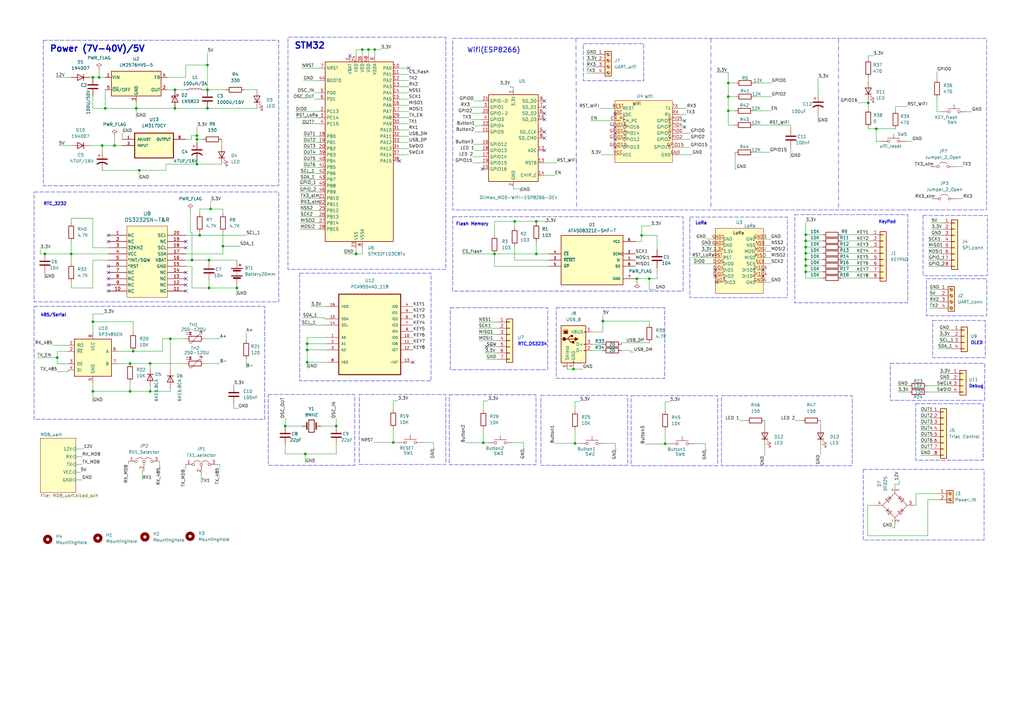
<source format=kicad_sch>
(kicad_sch (version 20250114) (generator "eeschema") (generator_version "9.0")
  (paper "A3")
  (rectangle (start 122.936 112.014) (end 176.784 156.21) (stroke (width 0) (type dash)))
  (rectangle (start 365.125 148.971) (end 403.86 164.211) (stroke (width 0) (type dash)))
  (rectangle (start 118.11 15.24) (end 182.88 110.49) (stroke (width 0) (type dash)))
  (rectangle (start 13.97 125.603) (end 108.585 171.958) (stroke (width 0) (type dash)))
  (rectangle (start 17.78 16.51) (end 114.3 76.2) (stroke (width 0) (type dash) (color 0 0 194 1)))
  (rectangle (start 378.587 88.392) (end 405.003 113.03) (stroke (width 0) (type dash)))
  (rectangle (start 13.97 78.74) (end 114.3 123.825) (stroke (width 0) (type dash)))
  (rectangle (start 375.539 165.608) (end 403.225 188.722) (stroke (width 0) (type dash)))
  (rectangle (start 184.277 161.925) (end 219.837 190.627) (stroke (width 0) (type dash)))
  (rectangle (start 258.826 162.306) (end 294.386 191.008) (stroke (width 0) (type dash)))
  (rectangle (start 354.076 192.532) (end 403.606 221.488) (stroke (width 0) (type dash)))
  (rectangle (start 295.91 162.306) (end 349.504 191.008) (stroke (width 0) (type dash)))
  (rectangle (start 239.268 17.907) (end 264.033 33.147) (stroke (width 0) (type dash)))
  (rectangle (start 221.869 162.179) (end 257.429 190.881) (stroke (width 0) (type dash)))
  (rectangle (start 147.32 161.798) (end 182.88 190.5) (stroke (width 0) (type dash)))
  (rectangle (start 184.658 126.238) (end 224.663 151.638) (stroke (width 0) (type dash)))
  (rectangle (start 228.092 126.238) (end 272.669 155.194) (stroke (width 0) (type dash)))
  (rectangle (start 379.984 114.3) (end 404.749 129.54) (stroke (width 0) (type dash)))
  (rectangle (start 185.674 88.9) (end 280.162 119.38) (stroke (width 0) (type dash)))
  (rectangle (start 326.009 88.011) (end 372.364 124.206) (stroke (width 0) (type dash)))
  (rectangle (start 185.674 15.748) (end 404.622 86.106) (stroke (width 0) (type dash)))
  (rectangle (start 382.524 131.445) (end 404.114 146.685) (stroke (width 0) (type dash)))
  (rectangle (start 109.982 161.798) (end 145.542 190.881) (stroke (width 0) (type dash)))
  (rectangle (start 282.956 89.027) (end 322.961 122.047) (stroke (width 0) (type dash)))
  (text "RTC_3232" (at 17.78 84.455 0) (effects (font (size 1.27 1.27) (thickness 0.254) (bold yes)) (justify left bottom)))
  (text "Wifi(ESP8266)" (at 191.516 21.844 0) (effects (font (size 2.032 2.032) (thickness 0.254) (bold yes)) (justify left bottom)))
  (text "485/Serial" (at 16.51 130.048 0) (effects (font (size 1.27 1.27) (thickness 0.254) (bold yes)) (justify left bottom)))
  (text "Flash Memory" (at 186.944 92.71 0) (effects (font (size 1.27 1.27) (thickness 0.254) (bold yes)) (justify left bottom)))
  (text "LoRa" (at 285.115 92.329 0) (effects (font (size 1.27 1.27) (thickness 0.254) (bold yes)) (justify left bottom)))
  (text "STM32" (at 120.65 20.32 0) (effects (font (size 2.54 2.54) (thickness 0.508) (bold yes)) (justify left bottom)))
  (text "KeyPad" (at 360.299 91.821 0) (effects (font (size 1.27 1.27) (thickness 0.254) (bold yes)) (justify left bottom)))
  (text "Power (7V-40V)/5V" (at 20.32 21.59 0) (effects (font (size 2.54 2.54) (thickness 0.508) (bold yes)) (justify left bottom)))
  (junction (at 85.725 118.11))
  (junction (at 78.74 106.68))
  (junction (at 53.34 149.098))
  (junction (at 80.772 57.15))
  (junction (at 330.454 96.266))
  (junction (at 219.964 90.805))
  (junction (at 330.454 106.426))
  (junction (at 298.704 34.036))
  (junction (at 40.64 31.75))
  (junction (at 71.755 44.45))
  (junction (at 55.88 44.45))
  (junction (at 261.239 114.3))
  (junction (at 85.09 26.67))
  (junction (at 85.09 36.83))
  (junction (at 43.18 44.45))
  (junction (at 91.44 100.965))
  (junction (at 330.454 108.966))
  (junction (at 61.595 149.098))
  (junction (at 263.144 96.52))
  (junction (at 61.595 160.528))
  (junction (at 41.91 59.69))
  (junction (at 330.454 111.506))
  (junction (at 219.964 104.14))
  (junction (at 38.1 160.528))
  (junction (at 330.454 98.806))
  (junction (at 125.984 148.59))
  (junction (at 161.29 181.483))
  (junction (at 54.61 144.018))
  (junction (at 125.984 140.97))
  (junction (at 38.1 31.75))
  (junction (at 235.204 151.384))
  (junction (at 29.21 104.14))
  (junction (at 125.984 143.51))
  (junction (at 266.319 114.3))
  (junction (at 23.495 146.685))
  (junction (at 69.85 138.938))
  (junction (at 330.454 103.886))
  (junction (at 359.41 52.832))
  (junction (at 18.415 104.14))
  (junction (at 137.922 174.752))
  (junction (at 202.819 104.14))
  (junction (at 198.247 181.61))
  (junction (at 211.074 90.805))
  (junction (at 153.67 20.32))
  (junction (at 71.755 36.83))
  (junction (at 247.269 131.699))
  (junction (at 57.15 69.85))
  (junction (at 148.59 20.32))
  (junction (at 81.915 96.52))
  (junction (at 38.1 131.953))
  (junction (at 46.99 59.69))
  (junction (at 85.725 106.68))
  (junction (at 298.704 45.466))
  (junction (at 235.839 181.864))
  (junction (at 86.36 85.725))
  (junction (at 85.09 44.45))
  (junction (at 298.704 39.624))
  (junction (at 330.454 101.346))
  (junction (at 80.772 67.31))
  (junction (at 97.155 118.11))
  (junction (at 116.967 174.752))
  (junction (at 80.772 55.626))
  (junction (at 356.108 42.164))
  (junction (at 125.222 186.182))
  (junction (at 146.05 104.14))
  (junction (at 272.796 181.991))
  (junction (at 53.34 160.528))
  (junction (at 151.13 20.32))
  (no_connect (at 76.2 99.06))
  (no_connect (at 44.45 99.06))
  (no_connect (at 223.266 49.022))
  (no_connect (at 223.266 54.102))
  (no_connect (at 313.055 110.744))
  (no_connect (at 223.266 43.942))
  (no_connect (at 44.45 109.22))
  (no_connect (at 223.266 41.402))
  (no_connect (at 223.266 56.642))
  (no_connect (at 76.2 101.6))
  (no_connect (at 293.37 110.744))
  (no_connect (at 44.45 116.84))
  (no_connect (at 44.45 96.52))
  (no_connect (at 76.2 116.84))
  (no_connect (at 44.45 119.38))
  (no_connect (at 223.266 61.722))
  (no_connect (at 197.866 69.342))
  (no_connect (at 294.005 115.824))
  (no_connect (at 167.64 27.94))
  (no_connect (at 76.2 119.38))
  (no_connect (at 252.222 60.325))
  (no_connect (at 313.055 113.284))
  (no_connect (at 143.51 22.86))
  (no_connect (at 76.2 111.76))
  (no_connect (at 44.45 114.3))
  (no_connect (at 76.2 114.3))
  (no_connect (at 293.37 113.284))
  (no_connect (at 252.222 54.61))
  (no_connect (at 223.266 46.482))
  (no_connect (at 280.797 49.53))
  (no_connect (at 163.83 66.04))
  (no_connect (at 280.797 52.07))
  (no_connect (at 199.517 142.24))
  (no_connect (at 252.222 46.99))
  (no_connect (at 169.418 148.59))
  (no_connect (at 252.222 57.15))
  (no_connect (at 252.222 52.07))
  (no_connect (at 44.45 111.76))
  (wire (pts (xy 33.655 196.85) (xy 31.115 196.85)))
  (wire (pts (xy 200.152 164.465) (xy 198.247 164.465)))
  (wire (pts (xy 380.365 158.242) (xy 389.89 158.242)))
  (wire (pts (xy 24.13 59.69) (xy 29.21 59.69)))
  (wire (pts (xy 36.83 59.69) (xy 41.91 59.69)))
  (wire (pts (xy 123.19 93.98) (xy 130.81 93.98)))
  (wire (pts (xy 202.819 104.14) (xy 202.819 109.22)))
  (wire (pts (xy 124.46 33.02) (xy 130.81 33.02)))
  (wire (pts (xy 121.285 48.26) (xy 130.81 48.26)))
  (wire (pts (xy 358.14 22.86) (xy 356.108 22.86)))
  (wire (pts (xy 289.941 184.531) (xy 289.306 184.531)))
  (wire (pts (xy 361.442 57.912) (xy 359.41 57.912)))
  (wire (pts (xy 368.808 198.628) (xy 367.03 198.628)))
  (wire (pts (xy 91.44 100.965) (xy 98.425 100.965)))
  (wire (pts (xy 278.257 46.99) (xy 281.432 46.99)))
  (wire (pts (xy 316.23 108.204) (xy 313.055 108.204)))
  (wire (pts (xy 293.878 29.718) (xy 298.704 29.718)))
  (wire (pts (xy 192.786 43.942) (xy 197.866 43.942)))
  (wire (pts (xy 211.074 100.965) (xy 211.074 106.68)))
  (wire (pts (xy 78.486 55.626) (xy 80.772 55.626)))
  (wire (pts (xy 178.435 184.023) (xy 177.8 184.023)))
  (wire (pts (xy 382.016 91.44) (xy 386.461 91.44)))
  (wire (pts (xy 125.984 140.97) (xy 125.984 143.51)))
  (wire (pts (xy 385.318 140.462) (xy 390.398 140.462)))
  (wire (pts (xy 97.155 116.84) (xy 97.155 118.11)))
  (wire (pts (xy 81.915 85.725) (xy 86.36 85.725)))
  (wire (pts (xy 196.342 134.62) (xy 203.962 134.62)))
  (wire (pts (xy 298.704 34.036) (xy 301.752 34.036)))
  (wire (pts (xy 116.967 171.577) (xy 116.967 174.752)))
  (wire (pts (xy 81.915 87.63) (xy 81.915 85.725)))
  (wire (pts (xy 193.802 66.802) (xy 197.866 66.802)))
  (wire (pts (xy 125.222 186.182) (xy 137.922 186.182)))
  (wire (pts (xy 313.055 98.044) (xy 316.23 98.044)))
  (wire (pts (xy 219.964 104.14) (xy 225.044 104.14)))
  (wire (pts (xy 38.1 39.37) (xy 38.1 44.45)))
  (wire (pts (xy 124.46 55.88) (xy 130.81 55.88)))
  (wire (pts (xy 38.1 160.528) (xy 53.34 160.528)))
  (wire (pts (xy 381.254 118.745) (xy 385.064 118.745)))
  (wire (pts (xy 133.096 130.81) (xy 133.858 130.81)))
  (wire (pts (xy 211.074 90.805) (xy 219.964 90.805)))
  (wire (pts (xy 91.44 95.25) (xy 91.44 100.965)))
  (wire (pts (xy 266.319 132.969) (xy 266.319 131.699)))
  (wire (pts (xy 210.566 35.814) (xy 210.566 36.322)))
  (wire (pts (xy 194.564 61.722) (xy 197.866 61.722)))
  (wire (pts (xy 85.09 21.59) (xy 85.09 26.67)))
  (wire (pts (xy 177.8 184.023) (xy 177.8 181.483)))
  (wire (pts (xy 382.016 93.98) (xy 386.461 93.98)))
  (wire (pts (xy 258.699 143.764) (xy 254.889 143.764)))
  (wire (pts (xy 202.819 104.14) (xy 219.964 104.14)))
  (wire (pts (xy 83.82 149.098) (xy 90.17 149.098)))
  (wire (pts (xy 247.269 141.224) (xy 242.824 141.224)))
  (wire (pts (xy 76.2 31.75) (xy 68.58 31.75)))
  (wire (pts (xy 330.454 108.966) (xy 337.439 108.966)))
  (wire (pts (xy 377.571 168.91) (xy 381.889 168.91)))
  (wire (pts (xy 237.744 164.719) (xy 235.839 164.719)))
  (wire (pts (xy 53.34 156.718) (xy 53.34 160.528)))
  (wire (pts (xy 356.108 41.148) (xy 356.108 42.164)))
  (wire (pts (xy 272.796 176.276) (xy 272.796 181.991)))
  (wire (pts (xy 278.257 54.61) (xy 283.21 54.61)))
  (wire (pts (xy 381.254 121.285) (xy 385.064 121.285)))
  (wire (pts (xy 254.889 140.589) (xy 254.889 141.224)))
  (wire (pts (xy 278.384 60.452) (xy 283.21 60.452)))
  (wire (pts (xy 80.772 55.626) (xy 80.772 57.15)))
  (wire (pts (xy 163.83 45.72) (xy 167.64 45.72)))
  (wire (pts (xy 123.19 88.9) (xy 130.81 88.9)))
  (wire (pts (xy 18.415 114.3) (xy 18.415 111.76)))
  (wire (pts (xy 163.83 40.64) (xy 167.64 40.64)))
  (wire (pts (xy 345.059 108.966) (xy 357.124 108.966)))
  (wire (pts (xy 76.2 106.68) (xy 78.74 106.68)))
  (wire (pts (xy 398.653 45.847) (xy 396.367 45.847)))
  (wire (pts (xy 130.81 50.8) (xy 123.952 50.8)))
  (wire (pts (xy 382.016 96.52) (xy 386.461 96.52)))
  (wire (pts (xy 359.41 52.832) (xy 356.108 52.832)))
  (wire (pts (xy 68.58 36.83) (xy 71.755 36.83)))
  (wire (pts (xy 78.74 106.68) (xy 85.725 106.68)))
  (wire (pts (xy 123.19 73.66) (xy 130.81 73.66)))
  (wire (pts (xy 191.008 181.61) (xy 198.247 181.61)))
  (wire (pts (xy 29.21 99.06) (xy 29.21 104.14)))
  (wire (pts (xy 193.802 46.482) (xy 197.866 46.482)))
  (wire (pts (xy 384.683 143.002) (xy 390.398 143.002)))
  (wire (pts (xy 209.296 35.814) (xy 210.566 35.814)))
  (wire (pts (xy 261.239 114.3) (xy 266.319 114.3)))
  (wire (pts (xy 163.195 164.338) (xy 161.29 164.338)))
  (wire (pts (xy 196.342 132.08) (xy 203.962 132.08)))
  (wire (pts (xy 377.571 173.99) (xy 381.889 173.99)))
  (wire (pts (xy 330.454 108.966) (xy 330.454 111.506)))
  (wire (pts (xy 330.454 111.506) (xy 330.454 114.046)))
  (wire (pts (xy 247.269 129.159) (xy 247.269 131.699)))
  (wire (pts (xy 278.257 57.15) (xy 283.21 57.15)))
  (wire (pts (xy 240.538 27.432) (xy 244.348 27.432)))
  (wire (pts (xy 161.29 175.768) (xy 161.29 181.483)))
  (wire (pts (xy 235.204 151.384) (xy 239.014 151.384)))
  (wire (pts (xy 167.64 63.5) (xy 163.83 63.5)))
  (wire (pts (xy 153.67 20.32) (xy 151.13 20.32)))
  (wire (pts (xy 196.342 139.7) (xy 203.962 139.7)))
  (wire (pts (xy 335.534 50.292) (xy 335.534 46.482)))
  (wire (pts (xy 367.03 198.628) (xy 367.03 199.644)))
  (wire (pts (xy 85.725 106.68) (xy 97.155 106.68)))
  (wire (pts (xy 61.595 149.098) (xy 76.2 149.098)))
  (wire (pts (xy 196.342 137.16) (xy 203.962 137.16)))
  (wire (pts (xy 55.88 44.45) (xy 71.755 44.45)))
  (wire (pts (xy 29.21 104.14) (xy 44.45 104.14)))
  (wire (pts (xy 85.725 118.11) (xy 85.725 114.935)))
  (wire (pts (xy 40.64 28.575) (xy 40.64 31.75)))
  (wire (pts (xy 289.306 184.531) (xy 289.306 181.991)))
  (wire (pts (xy 278.257 44.45) (xy 281.686 44.45)))
  (wire (pts (xy 194.31 41.402) (xy 197.866 41.402)))
  (wire (pts (xy 193.294 49.022) (xy 197.866 49.022)))
  (wire (pts (xy 123.19 83.82) (xy 130.81 83.82)))
  (wire (pts (xy 380.746 106.68) (xy 386.461 106.68)))
  (wire (pts (xy 125.984 148.59) (xy 133.858 148.59)))
  (wire (pts (xy 377.571 184.15) (xy 381.889 184.15)))
  (wire (pts (xy 125.984 140.97) (xy 133.858 140.97)))
  (wire (pts (xy 252.349 181.864) (xy 247.904 181.864)))
  (wire (pts (xy 375.666 207.264) (xy 375.666 202.438)))
  (wire (pts (xy 266.319 131.699) (xy 247.269 131.699)))
  (wire (pts (xy 68.072 67.31) (xy 80.772 67.31)))
  (wire (pts (xy 272.796 182.118) (xy 272.796 181.991)))
  (wire (pts (xy 385.318 135.382) (xy 390.398 135.382)))
  (wire (pts (xy 269.494 109.855) (xy 269.494 114.3)))
  (wire (pts (xy 33.655 190.5) (xy 31.115 190.5)))
  (wire (pts (xy 85.09 26.67) (xy 76.2 26.67)))
  (wire (pts (xy 287.655 103.124) (xy 293.37 103.124)))
  (wire (pts (xy 65.405 191.77) (xy 65.405 189.23)))
  (wire (pts (xy 367.284 52.832) (xy 359.41 52.832)))
  (wire (pts (xy 245.872 44.45) (xy 252.222 44.45)))
  (wire (pts (xy 298.704 39.624) (xy 298.704 45.466)))
  (wire (pts (xy 167.64 60.96) (xy 163.83 60.96)))
  (wire (pts (xy 377.571 181.61) (xy 381.889 181.61)))
  (wire (pts (xy 377.571 186.69) (xy 381.889 186.69)))
  (wire (pts (xy 269.494 96.52) (xy 263.144 96.52)))
  (wire (pts (xy 124.46 68.58) (xy 130.81 68.58)))
  (wire (pts (xy 351.79 42.164) (xy 356.108 42.164)))
  (wire (pts (xy 38.1 101.6) (xy 38.1 89.535)))
  (wire (pts (xy 124.46 58.42) (xy 130.81 58.42)))
  (wire (pts (xy 71.755 36.83) (xy 76.2 36.83)))
  (wire (pts (xy 161.29 164.338) (xy 161.29 168.148)))
  (wire (pts (xy 124.46 63.5) (xy 130.81 63.5)))
  (wire (pts (xy 80.772 66.04) (xy 80.772 67.31)))
  (wire (pts (xy 18.415 104.14) (xy 16.51 104.14)))
  (wire (pts (xy 198.882 144.78) (xy 203.962 144.78)))
  (wire (pts (xy 163.83 30.48) (xy 167.64 30.48)))
  (wire (pts (xy 219.964 90.805) (xy 219.964 91.44)))
  (wire (pts (xy 40.64 31.75) (xy 43.18 31.75)))
  (wire (pts (xy 167.64 58.42) (xy 163.83 58.42)))
  (wire (pts (xy 355.854 207.264) (xy 359.41 207.264)))
  (wire (pts (xy 211.074 93.345) (xy 211.074 90.805)))
  (wire (pts (xy 324.358 64.77) (xy 324.358 60.452)))
  (wire (pts (xy 125.984 138.43) (xy 125.984 140.97)))
  (wire (pts (xy 336.55 186.436) (xy 336.55 182.626)))
  (wire (pts (xy 377.571 176.53) (xy 381.889 176.53)))
  (wire (pts (xy 219.964 99.06) (xy 219.964 104.14)))
  (wire (pts (xy 23.495 144.145) (xy 23.495 146.685)))
  (wire (pts (xy 380.746 101.6) (xy 386.461 101.6)))
  (wire (pts (xy 258.699 144.399) (xy 258.699 143.764)))
  (wire (pts (xy 380.492 204.978) (xy 380.492 219.71)))
  (wire (pts (xy 213.36 78.74) (xy 213.36 77.47)))
  (wire (pts (xy 293.37 105.664) (xy 283.845 105.664)))
  (wire (pts (xy 61.595 160.528) (xy 69.85 160.528)))
  (wire (pts (xy 345.059 98.806) (xy 357.124 98.806)))
  (wire (pts (xy 316.23 115.824) (xy 313.055 115.824)))
  (wire (pts (xy 263.144 99.06) (xy 260.604 99.06)))
  (wire (pts (xy 336.55 172.466) (xy 336.55 175.006)))
  (wire (pts (xy 240.538 22.352) (xy 244.348 22.352)))
  (wire (pts (xy 263.144 96.52) (xy 263.144 99.06)))
  (wire (pts (xy 263.144 92.71) (xy 266.954 92.71)))
  (wire (pts (xy 337.439 96.266) (xy 330.454 96.266)))
  (wire (pts (xy 330.454 101.346) (xy 330.454 103.886)))
  (wire (pts (xy 123.698 133.35) (xy 133.858 133.35)))
  (wire (pts (xy 86.36 82.55) (xy 86.36 85.725)))
  (wire (pts (xy 215.392 184.15) (xy 214.757 184.15)))
  (wire (pts (xy 374.65 207.264) (xy 375.666 207.264)))
  (wire (pts (xy 44.45 101.6) (xy 38.1 101.6)))
  (wire (pts (xy 163.83 48.26) (xy 167.64 48.26)))
  (wire (pts (xy 366.014 216.408) (xy 367.03 216.408)))
  (wire (pts (xy 167.64 55.88) (xy 163.83 55.88)))
  (wire (pts (xy 38.1 136.525) (xy 38.1 131.953)))
  (wire (pts (xy 278.257 52.07) (xy 280.797 52.07)))
  (wire (pts (xy 278.384 60.452) (xy 278.257 60.325)))
  (wire (pts (xy 374.142 57.912) (xy 371.602 57.912)))
  (wire (pts (xy 41.91 62.23) (xy 41.91 59.69)))
  (wire (pts (xy 97.79 167.513) (xy 95.885 167.513)))
  (wire (pts (xy 161.29 181.483) (xy 163.195 181.483)))
  (wire (pts (xy 326.136 172.466) (xy 328.93 172.466)))
  (wire (pts (xy 202.819 96.52) (xy 202.819 90.805)))
  (wire (pts (xy 313.69 186.944) (xy 313.69 182.626)))
  (wire (pts (xy 284.48 108.204) (xy 293.37 108.204)))
  (wire (pts (xy 54.61 131.953) (xy 38.1 131.953)))
  (wire (pts (xy 82.55 198.12) (xy 82.55 194.31)))
  (wire (pts (xy 95.885 167.513) (xy 95.885 165.608)))
  (wire (pts (xy 337.439 111.506) (xy 330.454 111.506)))
  (wire (pts (xy 52.705 190.5) (xy 52.705 189.23)))
  (wire (pts (xy 367.03 214.884) (xy 367.03 216.408)))
  (wire (pts (xy 247.269 143.764) (xy 242.824 143.764)))
  (wire (pts (xy 330.454 114.046) (xy 337.439 114.046)))
  (wire (pts (xy 380.746 99.06) (xy 386.461 99.06)))
  (wire (pts (xy 330.454 103.886) (xy 337.439 103.886)))
  (wire (pts (xy 121.285 45.72) (xy 130.81 45.72)))
  (wire (pts (xy 50.165 54.61) (xy 50.165 57.15)))
  (wire (pts (xy 116.967 186.182) (xy 116.967 182.372)))
  (wire (pts (xy 124.46 60.96) (xy 130.81 60.96)))
  (wire (pts (xy 384.556 204.978) (xy 380.492 204.978)))
  (wire (pts (xy 335.534 38.862) (xy 335.534 32.258)))
  (wire (pts (xy 38.1 156.845) (xy 38.1 160.528)))
  (wire (pts (xy 69.85 138.938) (xy 66.675 138.938)))
  (wire (pts (xy 211.074 106.68) (xy 225.044 106.68)))
  (wire (pts (xy 137.922 174.752) (xy 131.572 174.752)))
  (wire (pts (xy 210.566 77.47) (xy 210.566 76.962)))
  (wire (pts (xy 153.035 181.483) (xy 161.29 181.483)))
  (wire (pts (xy 380.746 104.14) (xy 386.461 104.14)))
  (wire (pts (xy 151.13 20.32) (xy 151.13 22.86)))
  (wire (pts (xy 100.965 147.193) (xy 100.965 151.003)))
  (wire (pts (xy 123.19 75.946) (xy 123.19 76.2)))
  (wire (pts (xy 78.74 118.11) (xy 85.725 118.11)))
  (wire (pts (xy 266.319 114.3) (xy 269.494 114.3)))
  (wire (pts (xy 287.655 100.584) (xy 293.37 100.584)))
  (wire (pts (xy 43.18 44.45) (xy 55.88 44.45)))
  (wire (pts (xy 298.704 45.466) (xy 298.704 51.308)))
  (wire (pts (xy 133.858 138.43) (xy 125.984 138.43)))
  (wire (pts (xy 125.984 143.51) (xy 133.858 143.51)))
  (wire (pts (xy 368.3 160.782) (xy 372.745 160.782)))
  (wire (pts (xy 356.108 22.86) (xy 356.108 24.13)))
  (wire (pts (xy 123.825 27.94) (xy 130.81 27.94)))
  (wire (pts (xy 55.88 44.45) (xy 55.88 41.91)))
  (wire (pts (xy 194.564 54.102) (xy 197.866 54.102)))
  (wire (pts (xy 198.247 181.61) (xy 200.152 181.61)))
  (wire (pts (xy 123.19 76.2) (xy 130.81 76.2)))
  (wire (pts (xy 81.915 96.52) (xy 76.2 96.52)))
  (wire (pts (xy 269.494 102.235) (xy 269.494 96.52)))
  (wire (pts (xy 309.372 39.624) (xy 316.484 39.624)))
  (wire (pts (xy 69.85 159.258) (xy 69.85 160.528)))
  (wire (pts (xy 198.247 164.465) (xy 198.247 168.275)))
  (wire (pts (xy 301.498 69.342) (xy 301.498 62.484)))
  (wire (pts (xy 272.796 164.846) (xy 272.796 168.656)))
  (wire (pts (xy 194.818 51.562) (xy 197.866 51.562)))
  (wire (pts (xy 123.952 50.8) (xy 123.952 51.054)))
  (wire (pts (xy 260.604 114.3) (xy 261.239 114.3)))
  (wire (pts (xy 140.97 104.14) (xy 146.05 104.14)))
  (wire (pts (xy 199.517 147.32) (xy 203.962 147.32)))
  (wire (pts (xy 81.915 96.52) (xy 100.965 96.52)))
  (wire (pts (xy 384.302 40.132) (xy 384.302 45.847)))
  (wire (pts (xy 359.41 57.912) (xy 359.41 52.832)))
  (wire (pts (xy 301.498 45.466) (xy 298.704 45.466)))
  (wire (pts (xy 302.006 69.342) (xy 301.498 69.342)))
  (wire (pts (xy 252.984 184.404) (xy 252.349 184.404)))
  (wire (pts (xy 235.839 176.149) (xy 235.839 181.864)))
  (wire (pts (xy 38.1 44.45) (xy 43.18 44.45)))
  (wire (pts (xy 137.922 171.577) (xy 137.922 174.752)))
  (wire (pts (xy 345.059 114.046) (xy 357.124 114.046)))
  (wire (pts (xy 227.584 181.864) (xy 235.839 181.864)))
  (wire (pts (xy 137.922 182.372) (xy 137.922 186.182)))
  (wire (pts (xy 235.839 164.719) (xy 235.839 168.529)))
  (wire (pts (xy 27.94 144.145) (xy 23.495 144.145)))
  (wire (pts (xy 33.655 187.325) (xy 31.115 187.325)))
  (wire (pts (xy 125.984 148.59) (xy 125.984 151.13)))
  (wire (pts (xy 83.82 36.83) (xy 85.09 36.83)))
  (wire (pts (xy 61.595 149.098) (xy 53.34 149.098)))
  (wire (pts (xy 309.118 62.484) (xy 315.722 62.484)))
  (wire (pts (xy 23.495 146.685) (xy 23.495 149.225)))
  (wire (pts (xy 242.316 49.53) (xy 252.222 49.53)))
  (wire (pts (xy 298.704 34.036) (xy 298.704 39.624)))
  (wire (pts (xy 53.34 160.528) (xy 61.595 160.528)))
  (wire (pts (xy 66.675 138.938) (xy 66.675 144.018)))
  (wire (pts (xy 80.772 58.42) (xy 80.772 57.15)))
  (wire (pts (xy 123.19 71.12) (xy 130.81 71.12)))
  (wire (pts (xy 268.859 118.745) (xy 266.319 118.745)))
  (wire (pts (xy 38.1 128.778) (xy 42.545 128.778)))
  (wire (pts (xy 78.74 95.25) (xy 78.74 106.68)))
  (wire (pts (xy 76.2 192.405) (xy 76.2 190.5)))
  (wire (pts (xy 246.634 63.5) (xy 252.222 63.5)))
  (wire (pts (xy 345.059 106.426) (xy 357.124 106.426)))
  (wire (pts (xy 124.46 66.04) (xy 130.81 66.04)))
  (wire (pts (xy 301.752 39.624) (xy 298.704 39.624)))
  (wire (pts (xy 23.495 149.225) (xy 27.94 149.225)))
  (wire (pts (xy 125.222 186.182) (xy 116.967 186.182)))
  (wire (pts (xy 209.296 35.052) (xy 209.296 35.814)))
  (wire (pts (xy 261.239 115.57) (xy 261.239 114.3)))
  (wire (pts (xy 69.85 151.638) (xy 69.85 138.938)))
  (wire (pts (xy 122.936 75.946) (xy 123.19 75.946)))
  (wire (pts (xy 38.1 131.953) (xy 38.1 128.778)))
  (wire (pts (xy 91.44 85.725) (xy 91.44 87.63)))
  (wire (pts (xy 263.144 92.71) (xy 263.144 96.52)))
  (wire (pts (xy 85.725 106.68) (xy 85.725 107.315)))
  (wire (pts (xy 394.97 81.534) (xy 392.43 81.534)))
  (wire (pts (xy 38.1 31.75) (xy 40.64 31.75)))
  (wire (pts (xy 15.24 146.685) (xy 23.495 146.685)))
  (wire (pts (xy 309.372 34.036) (xy 316.484 34.036)))
  (wire (pts (xy 16.51 102.235) (xy 16.51 104.14)))
  (wire (pts (xy 377.571 179.07) (xy 381.889 179.07)))
  (wire (pts (xy 330.454 91.186) (xy 330.454 96.266)))
  (wire (pts (xy 90.17 191.77) (xy 90.17 190.5)))
  (polyline (pts (xy 291.592 15.748) (xy 291.592 85.852)) (stroke (width 0) (type dash_dot)))
  (wire (pts (xy 345.059 103.886) (xy 357.124 103.886)))
  (wire (pts (xy 54.61 144.018) (xy 48.26 144.145)))
  (wire (pts (xy 76.2 109.22) (xy 78.74 109.22)))
  (wire (pts (xy 298.704 29.718) (xy 298.704 34.036)))
  (wire (pts (xy 44.45 106.68) (xy 38.1 106.68)))
  (wire (pts (xy 167.64 50.8) (xy 163.83 50.8)))
  (wire (pts (xy 29.21 118.11) (xy 29.21 115.57)))
  (wire (pts (xy 228.346 66.802) (xy 223.266 66.802)))
  (wire (pts (xy 381.254 126.365) (xy 385.064 126.365)))
  (wire (pts (xy 61.595 158.623) (xy 61.595 160.528)))
  (wire (pts (xy 384.302 29.337) (xy 384.302 32.512)))
  (wire (pts (xy 345.059 111.506) (xy 357.124 111.506)))
  (wire (pts (xy 146.05 104.14) (xy 148.59 104.14)))
  (wire (pts (xy 38.1 118.11) (xy 29.21 118.11)))
  (wire (pts (xy 380.365 160.782) (xy 389.89 160.782)))
  (wire (pts (xy 76.2 104.14) (xy 91.44 104.14)))
  (wire (pts (xy 247.269 131.699) (xy 247.269 136.144)))
  (wire (pts (xy 189.484 104.14) (xy 202.819 104.14)))
  (wire (pts (xy 33.02 193.675) (xy 31.115 193.675)))
  (wire (pts (xy 330.454 96.266) (xy 330.454 98.806)))
  (wire (pts (xy 330.454 98.806) (xy 337.439 98.806)))
  (wire (pts (xy 76.2 57.15) (xy 78.486 57.15)))
  (wire (pts (xy 367.284 45.212) (xy 367.284 43.688)))
  (wire (pts (xy 36.83 31.75) (xy 38.1 31.75)))
  (wire (pts (xy 61.595 151.003) (xy 61.595 149.098)))
  (wire (pts (xy 214.757 181.61) (xy 210.312 181.61)))
  (wire (pts (xy 303.276 172.466) (xy 306.07 172.466)))
  (wire (pts (xy 274.701 164.846) (xy 272.796 164.846)))
  (wire (pts (xy 76.2 138.938) (xy 69.85 138.938)))
  (wire (pts (xy 167.64 53.34) (xy 163.83 53.34)))
  (wire (pts (xy 199.517 142.24) (xy 203.962 142.24)))
  (wire (pts (xy 289.56 98.044) (xy 293.37 98.044)))
  (wire (pts (xy 153.67 20.32) (xy 153.67 22.86)))
  (wire (pts (xy 55.88 48.26) (xy 55.88 44.45)))
  (wire (pts (xy 97.155 118.11) (xy 85.725 118.11)))
  (wire (pts (xy 29.21 104.14) (xy 29.21 107.95)))
  (wire (pts (xy 167.64 33.02) (xy 163.83 33.02)))
  (wire (pts (xy 377.571 171.45) (xy 381.889 171.45)))
  (wire (pts (xy 123.19 81.28) (xy 130.81 81.28)))
  (polyline (pts (xy 343.916 16.002) (xy 343.916 86.106)) (stroke (width 0) (type dash_dot)))
  (wire (pts (xy 133.096 130.302) (xy 133.096 130.81)))
  (polyline (pts (xy 236.22 15.748) (xy 236.474 86.106)) (stroke (width 0) (type dash_dot)))
  (wire (pts (xy 34.29 184.15) (xy 31.115 184.15)))
  (wire (pts (xy 345.059 101.346) (xy 357.124 101.346)))
  (wire (pts (xy 68.072 69.85) (xy 57.15 69.85)))
  (wire (pts (xy 38.1 160.528) (xy 38.1 164.973)))
  (wire (pts (xy 266.319 140.589) (xy 254.889 140.589)))
  (wire (pts (xy 90.17 190.5) (xy 88.9 190.5)))
  (wire (pts (xy 54.61 136.398) (xy 54.61 131.953)))
  (wire (pts (xy 385.445 155.702) (xy 389.89 155.702)))
  (wire (pts (xy 80.772 67.31) (xy 90.932 67.31)))
  (wire (pts (xy 78.486 57.15) (xy 78.486 55.626)))
  (wire (pts (xy 76.2 26.67) (xy 76.2 31.75)))
  (wire (pts (xy 380.492 219.71) (xy 355.854 219.71)))
  (wire (pts (xy 232.664 151.384) (xy 235.204 151.384)))
  (wire (pts (xy 83.82 138.938) (xy 90.17 138.938)))
  (wire (pts (xy 125.222 189.992) (xy 125.222 186.182)))
  (wire (pts (xy 124.206 130.302) (xy 133.096 130.302)))
  (wire (pts (xy 385.318 137.922) (xy 390.398 137.922)))
  (wire (pts (xy 316.23 103.124) (xy 313.055 103.124)))
  (wire (pts (xy 66.04 191.77) (xy 65.405 191.77)))
  (wire (pts (xy 356.108 52.832) (xy 356.108 52.324)))
  (wire (pts (xy 355.854 219.71) (xy 355.854 207.264)))
  (wire (pts (xy 128.905 38.1) (xy 130.81 38.1)))
  (wire (pts (xy 43.18 36.83) (xy 43.18 44.45)))
  (wire (pts (xy 22.86 31.75) (xy 29.21 31.75)))
  (wire (pts (xy 122.936 78.74) (xy 130.81 78.74)))
  (wire (pts (xy 163.83 27.94) (xy 167.64 27.94)))
  (wire (pts (xy 309.118 45.466) (xy 316.23 45.466)))
  (wire (pts (xy 345.059 96.266) (xy 357.124 96.266)))
  (wire (pts (xy 41.91 69.85) (xy 57.15 69.85)))
  (wire (pts (xy 252.349 184.404) (xy 252.349 181.864)))
  (wire (pts (xy 78.105 86.36) (xy 78.105 95.25)))
  (wire (pts (xy 123.19 86.36) (xy 130.81 86.36)))
  (wire (pts (xy 309.118 51.308) (xy 324.358 51.308)))
  (wire (pts (xy 266.319 118.745) (xy 266.319 114.3)))
  (wire (pts (xy 316.23 105.664) (xy 313.055 105.664)))
  (wire (pts (xy 330.454 103.886) (xy 330.454 106.426)))
  (wire (pts (xy 316.23 100.584) (xy 313.055 100.584)))
  (wire (pts (xy 46.99 55.88) (xy 46.99 59.69)))
  (wire (pts (xy 23.495 152.4) (xy 27.94 152.4)))
  (wire (pts (xy 66.675 144.018) (xy 54.61 144.018)))
  (wire (pts (xy 198.247 175.895) (xy 198.247 181.61)))
  (wire (pts (xy 80.772 57.15) (xy 83.312 57.15)))
  (wire (pts (xy 272.796 181.991) (xy 274.701 181.991)))
  (wire (pts (xy 240.538 24.892) (xy 244.348 24.892)))
  (wire (pts (xy 127.508 125.73) (xy 133.858 125.73)))
  (wire (pts (xy 167.64 35.56) (xy 163.83 35.56)))
  (wire (pts (xy 146.05 104.14) (xy 146.05 101.6)))
  (wire (pts (xy 194.056 64.262) (xy 197.866 64.262)))
  (wire (pts (xy 219.964 90.805) (xy 223.774 90.805)))
  (wire (pts (xy 78.105 95.25) (xy 78.74 95.25)))
  (wire (pts (xy 148.59 20.32) (xy 146.05 20.32)))
  (wire (pts (xy 128.905 40.64) (xy 130.81 40.64)))
  (wire (pts (xy 80.772 52.07) (xy 80.772 55.626)))
  (wire (pts (xy 283.972 63.5) (xy 278.257 63.5)))
  (wire (pts (xy 68.072 67.31) (xy 68.072 69.85)))
  (wire (pts (xy 58.42 193.04) (xy 59.055 193.04)))
  (wire (pts (xy 381.254 123.825) (xy 385.064 123.825)))
  (wire (pts (xy 324.358 52.832) (xy 324.358 51.308)))
  (wire (pts (xy 27.94 152.4) (xy 27.94 151.765)))
  (wire (pts (xy 235.839 181.864) (xy 237.744 181.864)))
  (wire (pts (xy 356.108 44.704) (xy 356.108 42.164)))
  (wire (pts (xy 38.1 106.68) (xy 38.1 118.11)))
  (wire (pts (xy 151.13 20.32) (xy 148.59 20.32)))
  (wire (pts (xy 264.668 182.118) (xy 272.796 182.118)))
  (wire (pts (xy 313.69 172.466) (xy 313.69 175.006)))
  (wire (pts (xy 375.666 202.438) (xy 384.556 202.438)))
  (wire (pts (xy 97.155 118.11) (xy 97.155 121.285)))
  (wire (pts (xy 71.755 44.45) (xy 85.09 44.45)))
  (wire (pts (xy 125.984 143.51) (xy 125.984 148.59)))
  (wire (pts (xy 57.15 69.85) (xy 57.15 73.66)))
  (wire (pts (xy 330.454 98.806) (xy 330.454 101.346)))
  (wire (pts (xy 394.716 68.326) (xy 391.922 68.326)))
  (wire (pts (xy 368.3 158.242) (xy 372.745 158.242)))
  (wire (pts (xy 356.108 31.75) (xy 356.108 33.528)))
  (wire (pts (xy 86.36 85.725) (xy 91.44 85.725)))
  (wire (pts (xy 240.538 29.972) (xy 244.348 29.972)))
  (wire (pts (xy 46.99 59.69) (xy 50.165 59.69)))
  (wire (pts (xy 85.09 36.83) (xy 85.09 26.67)))
  (wire (pts (xy 202.819 109.22) (xy 225.044 109.22)))
  (wire (pts (xy 29.21 89.535) (xy 29.21 91.44)))
  (wire (pts (xy 380.746 109.22) (xy 386.461 109.22)))
  (wire (pts (xy 177.8 181.483) (xy 173.355 181.483)))
  (wire (pts (xy 92.71 36.83) (xy 85.09 36.83)))
  (wire (pts (xy 383.54 81.534) (xy 382.27 81.534)))
  (wire (pts (xy 385.445 153.162) (xy 389.89 153.162)))
  (wire (pts (xy 384.302 45.847) (xy 386.207 45.847)))
  (wire (pts (xy 105.41 36.83) (xy 100.33 36.83)))
  (wire (pts (xy 330.454 101.346) (xy 337.439 101.346)))
  (wire (pts (xy 368.808 197.104) (xy 368.808 198.628)))
  (wire (pts (xy 227.584 71.882) (xy 223.266 71.882)))
  (wire (pts (xy 213.36 77.47) (xy 210.566 77.47)))
  (wire (pts (xy 100.965 136.398) (xy 100.965 139.573)))
  (wire (pts (xy 53.34 149.098) (xy 48.26 149.225)))
  (wire (pts (xy 85.09 44.45) (xy 105.41 44.45)))
  (wire (pts (xy 78.74 109.22) (xy 78.74 118.11)))
  (wire (pts (xy 123.19 91.44) (xy 130.81 91.44)))
  (wire (pts (xy 330.454 106.426) (xy 337.439 106.426)))
  (wire (pts (xy 21.59 141.605) (xy 27.94 141.605)))
  (wire (pts (xy 194.31 59.182) (xy 197.866 59.182)))
  (wire (pts (xy 383.032 68.326) (xy 381.762 68.326)))
  (wire (pts (xy 163.83 43.18) (xy 167.64 43.18)))
  (wire (pts (xy 58.42 196.85) (xy 58.42 193.04)))
  (wire (pts (xy 242.824 136.144) (xy 247.269 136.144)))
  (wire (pts (xy 202.819 90.805) (xy 211.074 90.805)))
  (wire (pts (xy 146.05 20.32) (xy 146.05 22.86)))
  (wire (pts (xy 116.967 174.752) (xy 123.952 174.752)))
  (wire (pts (xy 18.415 104.14) (xy 29.21 104.14)))
  (wire (pts (xy 81.915 95.25) (xy 81.915 96.52)))
  (wire (pts (xy 214.757 184.15) (xy 214.757 181.61)))
  (wire (pts (xy 148.59 104.14) (xy 148.59 101.6)))
  (wire (pts (xy 90.932 57.15) (xy 90.932 59.69)))
  (wire (pts (xy 301.498 51.308) (xy 298.704 51.308)))
  (wire (pts (xy 163.83 38.1) (xy 167.64 38.1)))
  (wire (pts (xy 330.454 106.426) (xy 330.454 108.966)))
  (wire (pts (xy 156.21 20.32) (xy 153.67 20.32)))
  (wire (pts (xy 91.44 104.14) (xy 91.44 100.965)))
  (wire (pts (xy 259.969 144.399) (xy 258.699 144.399)))
  (wire (pts (xy 41.91 59.69) (xy 46.99 59.69)))
  (wire (pts (xy 278.257 49.53) (xy 280.797 49.53)))
  (wire (pts (xy 367.284 43.688) (xy 372.11 43.688)))
  (wire (pts (xy 289.306 181.991) (xy 284.861 181.991)))
  (wire (pts (xy 223.774 90.805) (xy 223.774 91.44)))
  (wire (pts (xy 38.1 89.535) (xy 29.21 89.535)))
  (wire (pts (xy 148.59 20.32) (xy 148.59 22.86)))
  (label "RX3_stm" (at 123.19 83.82 0))
  (label "GND" (at 377.571 186.69 0))
  (label "SCL_1" (at 123.698 133.35 0))
  (label "GND" (at 38.1 164.973 0))
  (label "GND" (at 125.222 189.992 0))
  (label "OUT7" (at 123.952 51.054 0))
  (label "SWDIO" (at 167.64 60.96 0))
  (label "RX1" (at 58.42 196.85 0))
  (label "MOSI1" (at 260.604 106.68 0))
  (label "KEY6" (at 169.418 138.43 0))
  (label "RX3" (at 192.786 43.942 180))
  (label "OUT7" (at 377.571 184.15 0))
  (label "SCL_1" (at 100.965 96.52 0))
  (label "GND" (at 140.97 104.14 0))
  (label "TX3_stm" (at 383.032 68.326 180))
  (label "GND" (at 18.415 114.3 0))
  (label "GND" (at 215.392 184.15 270))
  (label "TX3" (at 394.716 68.326 0))
  (label "SWCLK" (at 384.175 158.242 0))
  (label "Button2" (at 194.564 54.102 180))
  (label "TX_485" (at 90.17 191.77 270))
  (label "TX3_stm" (at 123.19 81.28 0))
  (label "GND" (at 57.15 73.66 0))
  (label "RST_WIFI" (at 372.11 43.688 0))
  (label "GPIO0" (at 316.484 34.036 0))
  (label "12V" (at 22.86 31.75 0))
  (label "MISO1" (at 196.342 137.16 0))
  (label "NSS2" (at 123.19 86.36 0))
  (label "TX_EN" (at 167.64 48.26 0))
  (label "SWCLK" (at 167.64 63.5 0))
  (label "MOSI2" (at 123.19 93.98 0))
  (label "LED 1" (at 303.276 172.466 180))
  (label "RST_WIFI" (at 228.346 66.802 0))
  (label "GND" (at 385.445 155.702 0))
  (label "B-" (at 100.965 151.003 0))
  (label "5V" (at 85.09 21.59 0))
  (label "A+" (at 90.17 138.938 0))
  (label "GND" (at 336.55 186.436 270))
  (label "KEY5" (at 169.418 135.89 0))
  (label "RST_LoRa" (at 283.845 105.664 0))
  (label "GND" (at 97.155 121.285 0))
  (label "GND" (at 268.859 118.745 0))
  (label "3.3V" (at 287.655 103.124 0))
  (label "KEY2" (at 169.418 128.27 0))
  (label "GND" (at 50.165 54.61 0))
  (label "RST_WIFI" (at 315.468 51.308 0))
  (label "MISO1" (at 260.604 109.22 0))
  (label "RX2" (at 167.64 35.56 0))
  (label "3.3V" (at 274.701 164.846 0))
  (label "KEY7" (at 351.409 111.506 0))
  (label "TX_MDB" (at 33.655 190.5 0))
  (label "OUT5" (at 124.46 66.04 0))
  (label "LED 2" (at 194.056 64.262 180))
  (label "RX_MDB" (at 33.655 187.325 0))
  (label "GND" (at 368.3 158.242 0))
  (label "MISO2" (at 316.23 105.664 0))
  (label "TX_EN" (at 15.24 146.685 0))
  (label "RX1" (at 167.64 53.34 0))
  (label "CS_flash" (at 167.64 30.48 0))
  (label "5V" (at 33.02 193.675 0))
  (label "KEY8" (at 351.409 114.046 0))
  (label "KEY2" (at 351.409 98.806 0))
  (label "OUT1" (at 124.46 55.88 0))
  (label "MISO1" (at 167.64 43.18 0))
  (label "RX_485" (at 21.59 141.605 180))
  (label "TX_MDB" (at 76.2 192.405 270))
  (label "RX3_stm" (at 383.54 81.534 180))
  (label "GND" (at 366.014 216.408 180))
  (label "EN" (at 242.316 49.53 0))
  (label "TX2" (at 167.64 33.02 0))
  (label "Button1" (at 227.584 181.864 90))
  (label "GND" (at 252.984 184.404 270))
  (label "OUT4" (at 377.571 176.53 0))
  (label "3.3V" (at 385.445 153.162 0))
  (label "SCK2" (at 123.19 88.9 0))
  (label "GND" (at 287.655 100.584 0))
  (label "OSC_OUT" (at 116.967 171.577 90))
  (label "3.3V" (at 293.878 29.718 0))
  (label "3.3V" (at 368.3 160.782 0))
  (label "MISO1" (at 380.746 101.6 0))
  (label "GND" (at 289.56 98.044 180))
  (label "USB_DM" (at 167.64 55.88 0))
  (label "SDA_1" (at 384.683 143.002 0))
  (label "3.3V" (at 240.538 24.892 0))
  (label "12V" (at 368.808 197.104 90))
  (label "MISO2" (at 123.19 91.44 0))
  (label "RX3" (at 281.686 44.45 0))
  (label "RST_WIFI" (at 245.872 44.45 180))
  (label "GND" (at 335.534 50.292 0))
  (label "RX_MDB" (at 52.705 190.5 270))
  (label "OUT6" (at 377.571 181.61 0))
  (label "MOSI1" (at 167.64 45.72 0))
  (label "KEY1" (at 169.418 125.73 0))
  (label "12V" (at 34.29 184.15 0))
  (label "TX1" (at 82.55 198.12 0))
  (label "Button1" (at 194.818 51.562 180))
  (label "TX3" (at 281.432 46.99 0))
  (label "GPIO0" (at 384.302 29.337 0))
  (label "OUT2" (at 377.571 171.45 0))
  (label "3.3V" (at 266.954 92.71 0))
  (label "KEY7" (at 169.418 140.97 0))
  (label "5V" (at 382.016 91.44 0))
  (label "GND" (at 239.014 151.384 0))
  (label "3.3V" (at 246.634 63.5 180))
  (label "Button3" (at 194.31 59.182 180))
  (label "RX3" (at 240.538 27.432 0))
  (label "DIO0" (at 121.285 45.72 0))
  (label "3.3V" (at 80.772 52.07 0))
  (label "GND" (at 385.318 135.382 0))
  (label "OSC_OUT" (at 128.905 40.64 180))
  (label "GPIO0" (at 194.31 41.402 180))
  (label "3.3V" (at 223.774 91.44 0))
  (label "3.3V" (at 42.545 128.778 0))
  (label "GND" (at 97.79 167.513 0))
  (label "3.3V" (at 86.36 82.55 0))
  (label "GND" (at 283.972 63.5 0))
  (label "3.3V" (at 330.454 91.186 0))
  (label "TX_485" (at 23.495 152.4 180))
  (label "MOSI2" (at 316.23 103.124 0))
  (label "GND" (at 324.358 64.77 0))
  (label "KEY5" (at 351.409 106.426 0))
  (label "A+" (at 100.965 136.398 0))
  (label "LED 2" (at 326.136 172.466 180))
  (label "SWDIO" (at 384.175 160.782 0))
  (label "GPIO15" (at 283.21 60.452 0))
  (label "KEY4" (at 169.418 133.35 0))
  (label "Button2" (at 191.008 181.61 90))
  (label "3.3V" (at 237.744 164.719 0))
  (label "SCK1" (at 380.746 99.06 0))
  (label "NRST" (at 153.035 181.483 180))
  (label "EN" (at 316.23 45.466 0))
  (label "OSC_IN" (at 128.905 38.1 180))
  (label "EN" (at 227.584 71.882 0))
  (label "SCK1" (at 167.64 40.64 0))
  (label "MOSI1" (at 196.342 139.7 0))
  (label "GND" (at 313.69 186.944 270))
  (label "GND" (at 316.23 115.824 0))
  (label "GND" (at 302.006 69.342 0))
  (label "GPIO2" (at 283.21 57.15 0))
  (label "KEY6" (at 351.409 108.966 0))
  (label "OUT3" (at 377.571 173.99 0))
  (label "OUT4" (at 124.46 63.5 0))
  (label "GPIO_2" (at 380.746 109.22 0))
  (label "3.3V" (at 16.51 102.235 0))
  (label "SCL_1" (at 123.19 71.12 0))
  (label "SCK1" (at 196.342 134.62 0))
  (label "5V" (at 381.254 121.285 0))
  (label "3.3V" (at 385.318 137.922 0))
  (label "TX3" (at 240.538 29.972 0))
  (label "5V" (at 247.269 129.159 0))
  (label "LED 1" (at 194.564 61.722 180))
  (label "GND" (at 398.653 45.847 0))
  (label "NSS1" (at 167.64 38.1 0))
  (label "OUT2" (at 124.46 58.42 0))
  (label "OUT6" (at 124.46 68.58 0))
  (label "3.3V" (at 358.14 22.86 0))
  (label "KEY3" (at 351.409 101.346 0))
  (label "KEY3" (at 169.418 130.81 0))
  (label "RX3" (at 394.97 81.534 0))
  (label "GND" (at 289.941 184.531 270))
  (label "B-" (at 90.17 149.098 0))
  (label "GPIO16" (at 351.79 42.164 180))
  (label "GND" (at 125.984 151.13 0))
  (label "NSS2" (at 316.23 100.584 0))
  (label "3.3V" (at 156.21 20.32 0))
  (label "GPIO2" (at 193.802 46.482 180))
  (label "5V" (at 24.13 59.69 0))
  (label "GND" (at 124.46 33.02 0))
  (label "Button3" (at 264.668 182.118 90))
  (label "3.3V" (at 198.882 144.78 0))
  (label "TX2" (at 381.254 126.365 0))
  (label "GND" (at 381.254 118.745 0))
  (label "USB_DP" (at 167.64 58.42 0))
  (label "GND" (at 33.655 196.85 0))
  (label "GND" (at 382.016 96.52 0))
  (label "GND" (at 240.538 22.352 0))
  (label "3.3V" (at 209.296 35.052 180))
  (label "OUT1" (at 377.571 168.91 0))
  (label "RST_LoRa" (at 121.285 48.26 0))
  (label "3.3V" (at 335.534 32.258 0))
  (label "USB_DM" (at 259.969 144.399 0))
  (label "OUT5" (at 377.571 179.07 0))
  (label "GPIO2" (at 316.484 39.624 0))
  (label "RX_485" (at 66.04 191.77 270))
  (label "3.3V" (at 200.152 164.465 0))
  (label "CS_flash" (at 189.484 104.14 0))
  (label "NSS1" (at 196.342 132.08 0))
  (label "3.3V" (at 95.885 157.988 0))
  (label "GND" (at 374.142 57.912 0))
  (label "DIO0" (at 284.48 108.204 0))
  (label "OSC_IN" (at 137.922 171.577 90))
  (label "SCK2" (at 316.23 108.204 0))
  (label "3.3V" (at 127.508 125.73 0))
  (label "GPIO_2" (at 122.936 78.74 0))
  (label "SDA_1" (at 123.19 73.66 0))
  (label "TX3" (at 193.294 49.022 180))
  (label "RX2" (at 381.254 123.825 0))
  (label "GND" (at 55.88 48.26 0))
  (label "KEY1" (at 351.409 96.266 0))
  (label "KEY4" (at 351.409 103.886 0))
  (label "SCK1" (at 260.604 104.14 0))
  (label "MOSI1" (at 380.746 104.14 0))
  (label "KEY8" (at 169.418 143.51 0))
  (label "USB_DP" (at 256.794 140.589 0))
  (label "3.3V" (at 163.195 164.338 0))
  (label "GND" (at 316.23 98.044 0))
  (label "3.3V" (at 382.016 93.98 0))
  (label "SDA_1" (at 98.425 100.965 0))
  (label "SDA_1" (at 124.206 130.302 0))
  (label "GPIO_1" (at 122.936 75.946 0))
  (label "OUT3" (at 124.46 60.96 0))
  (label "TX1" (at 167.64 50.8 0))
  (label "GPIO0" (at 283.21 54.61 0))
  (label "NRST" (at 123.825 27.94 0))
  (label "GPIO15" (at 315.722 62.484 0))
  (label "GPIO_1" (at 380.746 106.68 0))
  (label "SCL_1" (at 385.318 140.462 0))
  (label "SQW" (at 199.517 142.24 0))
  (label "GPIO15" (at 193.802 66.802 180))
  (label "GND" (at 199.517 147.32 0))
  (label "GND" (at 178.435 184.023 270))
  (label "GND" (at 213.36 78.74 0))
  (symbol (lib_id "Jumper:Jumper_3_Open") (at 59.055 189.23 0) (unit 1) (in_bom no)
    (property "Reference" "JP2" (at 59.055 182.88 0))
    (property "Value" "RX1_Selector" (at 59.055 185.42 0))
    (property "Footprint" "Connector_PinHeader_2.54mm:PinHeader_1x03_P2.54mm_Vertical" (effects (hide yes)))
    (property "Description" "Jumper, 3-pole, both open" (effects (hide yes)))
  )
  (symbol (lib_id "Device:R") (at 29.21 111.76 180) (unit 1)
    (property "Reference" "R32" (at 31.75 110.4899 0) (effects (justify right)))
    (property "Value" "4.7K" (at 31.75 113.0299 0) (effects (justify right)))
    (property "Description" "Resistor" (effects (hide yes)))
  )
  (symbol (lib_id "Device:C_Polarized_US") (at 41.91 66.04 0) (unit 1)
    (property "Reference" "C5" (at 31.75 63.5 0) (effects (justify left)))
    (property "Value" "47UF/16V" (at 28.575 66.04 0) (effects (justify left)))
    (property "Footprint" "Capacitor_SMD:CP_Elec_6.3x7.7" (effects (hide yes)))
  )
  (symbol (lib_id "Device:R") (at 54.61 140.208 180) (unit 1)
    (property "Reference" "R20" (at 57.15 138.938 0) (effects (justify right)))
    (property "Value" "10K" (at 57.15 141.478 0) (effects (justify right)))
    (property "Footprint" "Resistor_SMD:R_1206_3216Metric" (effects (hide yes)))
  )
  (symbol (lib_id "Device:R") (at 356.108 27.94 180) (unit 1)
    (property "Reference" "R37" (at 358.013 26.6699 0) (effects (justify right)))
    (property "Value" "470" (at 358.013 29.2099 0) (effects (justify right)))
    (property "Footprint" "Resistor_SMD:R_1206_3216Metric" (effects (hide yes)))
  )
  (symbol (lib_id "Switch:SW_Push") (at 205.232 181.61 0) (unit 1)
    (property "Reference" "SW3" (at 206.502 185.928 0) (effects (justify right)))
    (property "Value" "Button2" (at 206.756 183.896 0) (effects (justify right)))
    (property "Footprint" "Button_Switch_SMD:SW_Tactile_SPST_NO_Straight_CK_PTS636Sx25SMTRLFS" (effects (hide yes)))
    (property "Description" "Push button switch, generic, two pins" (effects (hide yes)))
  )
  (symbol (lib_id "Device:R") (at 332.74 172.466 90) (unit 1)
    (property "Reference" "R47" (at 332.74 166.116 90))
    (property "Value" "150" (at 332.74 168.656 90))
    (property "Footprint" "Resistor_SMD:R_1206_3216Metric" (effects (hide yes)))
  )
  (symbol (lib_id "Diode_Bridge:DF02S") (at 367.03 207.264 90) (unit 1)
    (property "Reference" "D7" (at 360.6098 198.374 0))
    (property "Value" "DF02S" (at 363.1498 198.374 0))
    (property "Footprint" "Diode_SMD:Diode_Bridge_OnSemi_SDIP-4L" (effects (hide yes)))
    (property "Datasheet" "https://www.onsemi.com/download/data-sheet/pdf/df10s-d.pdf" (effects (hide yes)))
    (property "Description" "Bridge Rectifier, 140V Vrms, 1.5A If, SMDIP-4" (effects (hide yes)))
  )
  (symbol (lib_id "Connector:Screw_Terminal_01x04") (at 249.428 24.892 0) (unit 1)
    (property "Reference" "J7" (at 251.968 24.8919 0) (effects (justify left)))
    (property "Value" "UART_wifi" (at 251.968 27.4319 0) (effects (justify left)))
    (property "Footprint" "smart_meter:RC4" (effects (hide yes)))
    (property "Description" "Generic screw terminal, single row, 01x04, script generated (kicad-library-utils/schlib/autogen/connector/)" (effects (hide yes)))
  )
  (symbol (lib_id "Connector_Generic:Conn_01x08") (at 391.541 99.06 0) (unit 1)
    (property "Reference" "J4" (at 394.589 99.0599 0) (effects (justify left)))
    (property "Value" "SPI_conn" (at 394.589 101.5999 0) (effects (justify left)))
    (property "Footprint" "smart_meter:RC8" (effects (hide yes)))
    (property "Description" "Generic connector, single row, 01x08, script generated (kicad-library-utils/schlib/autogen/connector/)" (effects (hide yes)))
  )
  (symbol (lib_id "Device:R") (at 211.074 97.155 180) (unit 1)
    (property "Reference" "R2" (at 213.36 95.8849 0) (effects (justify right)))
    (property "Value" "103" (at 213.36 98.4249 0) (effects (justify right)))
    (property "Footprint" "Resistor_SMD:R_1206_3216Metric" (effects (hide yes)))
  )
  (symbol (lib_id "Device:R") (at 341.249 111.506 270) (unit 1)
    (property "Reference" "R17" (at 346.329 110.236 90))
    (property "Value" "10K" (at 334.264 110.236 90))
    (property "Footprint" "Resistor_SMD:R_1206_3216Metric" (effects (hide yes)))
  )
  (symbol (lib_id "Device:R") (at 341.249 103.886 270) (unit 1)
    (property "Reference" "R13" (at 346.329 102.616 90))
    (property "Value" "10K" (at 334.264 102.616 90))
    (property "Footprint" "Resistor_SMD:R_1206_3216Metric" (effects (hide yes)))
  )
  (symbol (lib_id "Device:R") (at 376.555 160.782 270) (unit 1)
    (property "Reference" "R24" (at 376.555 162.814 90))
    (property "Value" "10K" (at 377.063 160.782 90))
    (property "Footprint" "Resistor_SMD:R_1206_3216Metric" (effects (hide yes)))
  )
  (symbol (lib_id "Device:R") (at 305.308 45.466 270) (unit 1)
    (property "Reference" "R42" (at 305.308 43.18 90))
    (property "Value" "12K" (at 310.134 44.45 90))
    (property "Footprint" "Resistor_SMD:R_1206_3216Metric" (effects (hide yes)))
  )
  (symbol (lib_id "Device:C") (at 85.725 111.125 0) (unit 1)
    (property "Reference" "C7" (at 88.265 110.49 0) (effects (justify left)))
    (property "Value" "104" (at 87.63 113.03 0) (effects (justify left)))
    (property "Footprint" "Capacitor_SMD:C_01005_0402Metric" (effects (hide yes)))
  )
  (symbol (lib_id "Device:R") (at 341.249 101.346 270) (unit 1)
    (property "Reference" "R12" (at 346.329 100.076 90))
    (property "Value" "10K" (at 334.264 100.076 90))
    (property "Footprint" "Resistor_SMD:R_1206_3216Metric" (effects (hide yes)))
  )
  (symbol (lib_id "Device:C") (at 324.358 56.642 0) (unit 1)
    (property "Reference" "C11" (at 326.898 56.007 0) (effects (justify left)))
    (property "Value" "100nF" (at 326.263 58.547 0) (effects (justify left)))
    (property "Footprint" "Capacitor_SMD:C_0201_0603Metric" (effects (hide yes)))
  )
  (symbol (lib_id "Connector:Screw_Terminal_01x04") (at 390.144 121.285 0) (unit 1)
    (property "Reference" "J2" (at 392.684 121.2849 0) (effects (justify left)))
    (property "Value" "UART_conn" (at 392.684 123.8249 0) (effects (justify left)))
    (property "Footprint" "smart_meter:RC4" (effects (hide yes)))
    (property "Description" "Generic screw terminal, single row, 01x04, script generated (kicad-library-utils/schlib/autogen/connector/)" (effects (hide yes)))
  )
  (symbol (lib_id "smart_meter:LM317DCY") (at 67.945 59.69 0) (unit 1)
    (property "Reference" "U13" (at 63.1825 49.022 0))
    (property "Value" "LM317DCY" (at 63.1825 51.562 0))
    (property "Footprint" "smart_meter:LM3.3V" (effects (hide yes)))
    (property "MF" "Texas Instruments" (effects (hide yes)))
    (property "Description_1" "1.5-A, 40-V, adjustable linear voltage regulator" (effects (hide yes)))
    (property "Package" "SOT-223-4 Texas Instruments" (effects (hide yes)))
    (property "Price" "None" (effects (hide yes)))
    (property "MP" "LM317DCY" (effects (hide yes)))
  )
  (symbol (lib_id "Mechanical:MountingHole") (at 59.436 220.218 0) (unit 1) (in_bom no)
    (property "Reference" "H2" (at 62.738 218.9479 0) (effects (justify left)))
    (property "Value" "MountingHole" (at 62.738 221.4879 0) (effects (justify left)))
    (property "Footprint" "MountingHole:MountingHole_3mm" (effects (hide yes)))
    (property "Description" "Mounting Hole without connection" (effects (hide yes)))
  )
  (symbol (lib_id "Device:R") (at 356.108 48.514 180) (unit 1)
    (property "Reference" "R38" (at 358.14 47.2439 0) (effects (justify right)))
    (property "Value" "0" (at 358.14 49.7839 0) (effects (justify right)))
    (property "Footprint" "Resistor_SMD:R_1206_3216Metric" (effects (hide yes)))
  )
  (symbol (lib_id "Connector_Generic:Conn_01x04") (at 395.478 137.922 0) (unit 1)
    (property "Reference" "U9" (at 398.018 137.922 0) (effects (justify left)))
    (property "Value" "OLED" (at 398.018 140.462 0) (effects (font (bold yes)) (justify left)))
    (property "Footprint" "Connector_PinSocket_2.54mm:PinSocket_1x04_P2.54mm_Vertical" (effects (hide yes)))
  )
  (symbol (lib_id "smart_meter:DS3232SN-T&R") (at 60.96 101.6 0) (unit 1)
    (property "Reference" "U8" (at 60.325 87.63 0) (effects (font (size 1.524 1.524))))
    (property "Value" "DS3232SN-T&R" (at 60.325 90.17 0) (effects (font (size 1.524 1.524))))
    (property "Footprint" "smart_meter:RTC_3232" (effects (hide yes)))
    (property "Datasheet" "DS3232SN-T&R" (effects (hide yes)))
  )
  (symbol (lib_id "Device:R") (at 219.964 95.25 180) (unit 1)
    (property "Reference" "R1" (at 222.25 93.9799 0) (effects (justify right)))
    (property "Value" "103" (at 222.25 96.5199 0) (effects (justify right)))
    (property "Footprint" "Resistor_SMD:R_1206_3216Metric" (effects (hide yes)))
  )
  (symbol (lib_id "Diode:1N5822") (at 71.755 40.64 270) (unit 1)
    (property "Reference" "D2" (at 74.295 39.0525 90) (effects (justify left)))
    (property "Value" "1N5822" (at 74.295 41.5925 90) (effects (justify left)))
    (property "Footprint" "Diode_SMD:D_SMA" (effects (hide yes)))
    (property "Datasheet" "http://www.vishay.com/docs/88526/1n5820.pdf" (effects (hide yes)))
  )
  (symbol (lib_id "Device:R") (at 305.562 34.036 270) (unit 1)
    (property "Reference" "R5" (at 305.562 32.004 90))
    (property "Value" "12K" (at 310.896 33.02 90))
    (property "Footprint" "Resistor_SMD:R_1206_3216Metric" (effects (hide yes)))
  )
  (symbol (lib_id "Connector_Generic:Conn_01x08") (at 386.969 176.53 0) (unit 1)
    (property "Reference" "J5" (at 389.255 176.5299 0) (effects (justify left)))
    (property "Value" "Triac Control" (at 389.255 179.0699 0) (effects (justify left)))
    (property "Footprint" "smart_meter:RC8" (effects (hide yes)))
    (property "Description" "Generic connector, single row, 01x08, script generated (kicad-library-utils/schlib/autogen/connector/)" (effects (hide yes)))
  )
  (symbol (lib_id "Device:C_Polarized_US") (at 335.534 42.672 0) (unit 1)
    (property "Reference" "C12" (at 329.184 42.672 0) (effects (justify left)))
    (property "Value" "100uF" (at 324.612 45.72 0) (effects (justify left)))
    (property "Footprint" "Capacitor_SMD:CP_Elec_6.3x7.7" (effects (hide yes)))
  )
  (symbol (lib_id "Device:R") (at 91.44 91.44 0) (unit 1)
    (property "Reference" "R8" (at 93.98 90.17 0) (effects (justify left)))
    (property "Value" "4.7K" (at 93.98 92.71 0) (effects (justify left)))
    (property "Footprint" "Resistor_SMD:R_1206_3216Metric" (effects (hide yes)))
  )
  (symbol (lib_id "Connector:Screw_Terminal_01x02") (at 389.636 202.438 0) (unit 1)
    (property "Reference" "J3" (at 391.668 202.4379 0) (effects (justify left)))
    (property "Value" "Power_IN" (at 391.668 204.9779 0) (effects (justify left)))
    (property "Footprint" "smart_meter:RC2" (effects (hide yes)))
    (property "Description" "Generic screw terminal, single row, 01x02, script generated (kicad-library-utils/schlib/autogen/connector/)" (effects (hide yes)))
  )
  (symbol (lib_id "Diode:1N4007") (at 33.02 31.75 180) (unit 1)
    (property "Reference" "D1" (at 33.02 25.4 0))
    (property "Value" "1N4007" (at 33.02 27.94 0))
    (property "Footprint" "Diode_SMD:D_SMA" (effects (hide yes)))
    (property "Datasheet" "http://www.vishay.com/docs/88503/1n4001.pdf" (effects (hide yes)))
    (property "Sim.Device" "D" (effects (hide yes)))
    (property "Sim.Pins" "1=K 2=A" (effects (hide yes)))
  )
  (symbol (lib_id "Connector:USB_B") (at 235.204 141.224 0) (unit 1)
    (property "Reference" "J8" (at 235.204 128.524 0))
    (property "Value" "USB_B" (at 235.204 131.064 0))
    (property "Description" "USB Type B connector" (effects (hide yes)))
  )
  (symbol (lib_id "smart_meter:Wifi") (at 261.112 39.37 0) (unit 1)
    (property "Reference" "U4" (at 261.112 39.37 0) (effects (justify left)))
    (property "Value" "Wifi" (at 266.065 39.624 0))
    (property "Footprint" "smart_meter:wifi" (effects (hide yes)))
  )
  (symbol (lib_id "Device:R") (at 305.308 62.484 270) (unit 1)
    (property "Reference" "R44" (at 305.308 60.198 90))
    (property "Value" "12K" (at 310.134 61.468 90))
    (property "Footprint" "Resistor_SMD:R_1206_3216Metric" (effects (hide yes)))
  )
  (symbol (lib_id "Device:R") (at 384.302 36.322 180) (unit 1)
    (property "Reference" "R36" (at 386.842 35.0519 0) (effects (justify right)))
    (property "Value" "470" (at 386.842 37.5919 0) (effects (justify right)))
    (property "Footprint" "Resistor_SMD:R_1206_3216Metric" (effects (hide yes)))
  )
  (symbol (lib_id "Device:R") (at 251.079 141.224 270) (unit 1)
    (property "Reference" "R33" (at 245.999 139.954 90))
    (property "Value" "20" (at 251.079 141.224 90))
    (property "Footprint" "Resistor_SMD:R_1206_3216Metric" (effects (hide yes)))
  )
  (symbol (lib_id "Device:R") (at 198.247 172.085 180) (unit 1)
    (property "Reference" "R26" (at 200.787 170.815 0) (effects (justify right)))
    (property "Value" "10K" (at 200.787 173.355 0) (effects (justify right)))
    (property "Footprint" "Resistor_SMD:R_1206_3216Metric" (effects (hide yes)))
  )
  (symbol (lib_id "Device:R") (at 309.88 172.466 90) (unit 1)
    (property "Reference" "R46" (at 309.88 166.116 90))
    (property "Value" "150" (at 309.88 168.656 90))
    (property "Footprint" "Resistor_SMD:R_1206_3216Metric" (effects (hide yes)))
  )
  (symbol (lib_id "Mechanical:MountingHole") (at 77.978 219.964 0) (unit 1) (in_bom no)
    (property "Reference" "H3" (at 81.28 218.6939 0) (effects (justify left)))
    (property "Value" "MountingHole" (at 81.28 221.2339 0) (effects (justify left)))
    (property "Footprint" "MountingHole:MountingHole_3mm" (effects (hide yes)))
    (property "Description" "Mounting Hole without connection" (effects (hide yes)))
  )
  (symbol (lib_id "Switch:SW_Push") (at 168.275 181.483 0) (unit 1)
    (property "Reference" "SW1" (at 169.545 185.801 0) (effects (justify right)))
    (property "Value" "RESET" (at 169.799 183.769 0) (effects (justify right)))
    (property "Footprint" "Button_Switch_SMD:SW_Tactile_SPST_NO_Straight_CK_PTS636Sx25SMTRLFS" (effects (hide yes)))
    (property "Description" "Push button switch, generic, two pins" (effects (hide yes)))
  )
  (symbol (lib_id "Device:C") (at 116.967 178.562 0) (unit 1)
    (property "Reference" "C8" (at 119.507 177.927 0) (effects (justify left)))
    (property "Value" "22pF" (at 118.872 180.467 0) (effects (justify left)))
    (property "Footprint" "Capacitor_SMD:C_0201_0603Metric" (effects (hide yes)))
  )
  (symbol (lib_id "Switch:SW_Push") (at 279.781 181.991 0) (unit 1)
    (property "Reference" "SW6" (at 281.051 186.309 0) (effects (justify right)))
    (property "Value" "Button1" (at 281.305 184.277 0) (effects (justify right)))
    (property "Footprint" "Button_Switch_SMD:SW_Tactile_SPST_NO_Straight_CK_PTS636Sx25SMTRLFS" (effects (hide yes)))
    (property "Description" "Push button switch, generic, two pins" (effects (hide yes)))
  )
  (symbol (lib_id "MCU_Module:Olimex_MOD-WIFI-ESP8266-DEV") (at 210.566 56.642 0) (unit 1)
    (property "Reference" "U5" (at 212.7093 33.274 0) (effects (justify left)))
    (property "Value" "Olimex_MOD-WIFI-ESP8266-DEV" (at 196.596 81.026 0) (effects (justify left)))
    (property "Footprint" "Module:Olimex_MOD-WIFI-ESP8266-DEV" (effects (hide yes)))
    (property "Datasheet" "https://raw.githubusercontent.com/OLIMEX/ESP8266/master/HARDWARE/MOD-WIFI-ESP8266-DEV/MOD-WiFi-ESP8266-DEV%20revision%20B2/MOD-WiFi-ESP8266-DEV_Rev_B2.pdf" (effects (hide yes)))
    (property "Description" "ESP8266 development board" (effects (hide yes)))
  )
  (symbol (lib_id "Diode:1N4007") (at 33.02 59.69 180) (unit 1)
    (property "Reference" "D10" (at 33.02 53.34 0))
    (property "Value" "1N4007" (at 33.02 55.88 0))
    (property "Footprint" "Diode_SMD:D_SMA" (effects (hide yes)))
    (property "Datasheet" "http://www.vishay.com/docs/88503/1n4001.pdf" (effects (hide yes)))
    (property "Sim.Device" "D" (effects (hide yes)))
    (property "Sim.Pins" "1=K 2=A" (effects (hide yes)))
  )
  (symbol (lib_id "power:PWR_FLAG") (at 40.64 28.575 0) (unit 1)
    (property "Reference" "#FLG01" (effects (hide yes)))
    (property "Value" "PWR_FLAG" (at 40.64 23.749 0))
    (property "Description" "Special symbol for telling ERC where power comes from" (effects (hide yes)))
  )
  (symbol (lib_id "Connector_Generic:Conn_01x08") (at 362.204 103.886 0) (unit 1)
    (property "Reference" "J1" (at 365.252 103.8859 0) (effects (justify left)))
    (property "Value" "KEYPAD" (at 365.252 106.4259 0) (effects (justify left)))
    (property "Footprint" "Connector_PinHeader_2.54mm:PinHeader_1x08_P2.54mm_Vertical" (effects (hide yes)))
    (property "Description" "Generic connector, single row, 01x08, script generated (kicad-library-utils/schlib/autogen/connector/)" (effects (hide yes)))
  )
  (symbol (lib_id "Device:R") (at 367.284 49.022 180) (unit 1)
    (property "Reference" "R39" (at 369.189 47.7519 0) (effects (justify right)))
    (property "Value" "470" (at 369.189 50.2919 0) (effects (justify right)))
    (property "Footprint" "Resistor_SMD:R_1206_3216Metric" (effects (hide yes)))
  )
  (symbol (lib_id "Device:R") (at 53.34 152.908 180) (unit 1)
    (property "Reference" "R22" (at 55.88 151.638 0) (effects (justify right)))
    (property "Value" "10K" (at 55.88 154.178 0) (effects (justify right)))
    (property "Footprint" "Resistor_SMD:R_1206_3216Metric" (effects (hide yes)))
  )
  (symbol (lib_id "Device:C_Polarized_US") (at 80.772 62.23 0) (unit 1)
    (property "Reference" "C4" (at 74.422 62.23 0) (effects (justify left)))
    (property "Value" "47UF/16V" (at 71.12 66.04 0) (effects (justify left)))
    (property "Footprint" "Capacitor_SMD:CP_Elec_6.3x7.7" (effects (hide yes)))
  )
  (symbol (lib_id "Device:R") (at 87.122 57.15 90) (unit 1)
    (property "Reference" "R6" (at 87.122 50.8 90))
    (property "Value" "150" (at 87.122 53.34 90))
    (property "Footprint" "Resistor_SMD:R_1206_3216Metric" (effects (hide yes)))
  )
  (symbol (lib_id "Switch:SW_Push") (at 242.824 181.864 0) (unit 1)
    (property "Reference" "SW2" (at 244.094 186.182 0) (effects (justify right)))
    (property "Value" "Button1" (at 244.348 184.15 0) (effects (justify right)))
    (property "Footprint" "Button_Switch_SMD:SW_Tactile_SPST_NO_Straight_CK_PTS636Sx25SMTRLFS" (effects (hide yes)))
    (property "Description" "Push button switch, generic, two pins" (effects (hide yes)))
  )
  (symbol (lib_id "Device:R") (at 376.555 158.242 270) (unit 1)
    (property "Reference" "R23" (at 376.555 156.337 90))
    (property "Value" "10K" (at 376.555 158.242 90))
    (property "Footprint" "Resistor_SMD:R_1206_3216Metric" (effects (hide yes)))
  )
  (symbol (lib_id "Device:R") (at 341.249 114.046 270) (unit 1)
    (property "Reference" "R18" (at 346.329 112.776 90))
    (property "Value" "10K" (at 334.264 112.776 90))
    (property "Footprint" "Resistor_SMD:R_1206_3216Metric" (effects (hide yes)))
  )
  (symbol (lib_name "LED_1") (lib_id "Device:LED") (at 90.932 63.5 90) (unit 1)
    (property "Reference" "D4" (at 94.742 63.8174 90) (effects (justify right)))
    (property "Value" "LED" (at 94.742 66.3574 90) (effects (justify right)))
    (property "Footprint" "LED_SMD:LED_0805_2012Metric" (effects (hide yes)))
    (property "Description" "Light emitting diode" (effects (hide yes)))
    (property "Sim.Pins" "1=K 2=A" (effects (hide yes)))
  )
  (symbol (lib_name "LED_1") (lib_id "Device:LED") (at 105.41 40.64 90) (unit 1)
    (property "Reference" "D3" (at 109.22 40.9574 90) (effects (justify right)))
    (property "Value" "LED" (at 109.22 43.4974 90) (effects (justify right)))
    (property "Footprint" "LED_SMD:LED_0805_2012Metric" (effects (hide yes)))
    (property "Description" "Light emitting diode" (effects (hide yes)))
    (property "Sim.Pins" "1=K 2=A" (effects (hide yes)))
  )
  (symbol (lib_id "Connector_Generic:Conn_01x07") (at 209.042 139.7 0) (unit 1)
    (property "Reference" "U7" (at 212.217 138.43 0) (effects (justify left)))
    (property "Value" "RTC_DS3234" (at 212.217 140.97 0) (effects (font (bold yes)) (justify left)))
    (property "Footprint" "Connector_PinSocket_2.54mm:PinSocket_1x07_P2.54mm_Vertical" (effects (hide yes)))
  )
  (symbol (lib_id "Device:C") (at 85.09 40.64 0) (unit 1)
    (property "Reference" "C3" (at 88.9 39.37 0) (effects (justify left)))
    (property "Value" "1000U/16V" (at 88.9 41.91 0) (effects (justify left)))
    (property "Footprint" "Capacitor_SMD:CP_Elec_6.3x7.7" (effects (hide yes)))
  )
  (symbol (lib_id "Device:D") (at 69.85 155.448 270) (unit 1)
    (property "Reference" "D6" (at 72.39 154.178 90) (effects (justify left)))
    (property "Value" "6KE6.8CA" (at 73.66 155.448 0) (effects (justify left)))
    (property "Footprint" "Diode_SMD:D_SMA" (effects (hide yes)))
    (property "Sim.Device" "D" (effects (hide yes)))
    (property "Sim.Pins" "1=K 2=A" (effects (hide yes)))
  )
  (symbol (lib_id "Device:R") (at 29.21 95.25 180) (unit 1)
    (property "Reference" "R40" (at 31.75 93.9799 0) (effects (justify right)))
    (property "Value" "4.7K" (at 31.75 96.5199 0) (effects (justify right)))
    (property "Description" "Resistor" (effects (hide yes)))
  )
  (symbol (lib_id "Device:LED") (at 356.108 37.338 90) (unit 1)
    (property "Reference" "D11" (at 359.283 37.6554 90) (effects (justify right)))
    (property "Value" "LED" (at 359.283 40.1954 90) (effects (justify right)))
    (property "Description" "Light emitting diode" (effects (hide yes)))
    (property "Sim.Pins" "1=K 2=A" (effects (hide yes)))
  )
  (symbol (lib_id "Device:R") (at 96.52 36.83 90) (unit 1)
    (property "Reference" "R4" (at 96.52 30.48 90))
    (property "Value" "330" (at 96.52 33.02 90))
    (property "Footprint" "Resistor_SMD:R_1206_3216Metric" (effects (hide yes)))
  )
  (symbol (lib_id "Device:R") (at 305.308 51.308 270) (unit 1)
    (property "Reference" "R43" (at 305.308 49.022 90))
    (property "Value" "12K" (at 310.134 50.292 90))
    (property "Footprint" "Resistor_SMD:R_1206_3216Metric" (effects (hide yes)))
  )
  (symbol (lib_id "Regulator_Switching:LM2576HVS-5") (at 55.88 34.29 0) (unit 1)
    (property "Reference" "U2" (at 55.88 24.13 0))
    (property "Value" "LM2576HVS-5" (at 55.88 26.67 0))
    (property "Footprint" "Package_TO_SOT_SMD:TO-263-5_TabPin3" (effects (hide yes)))
    (property "Datasheet" "http://www.ti.com/lit/ds/symlink/lm2576.pdf" (effects (hide yes)))
  )
  (symbol (lib_id "MCU_ST_STM32F1:STM32F103C8Tx") (at 146.05 63.5 0) (unit 1)
    (property "Reference" "U6" (at 150.7841 101.6 0) (effects (justify left)))
    (property "Value" "STM32F103C8Tx" (at 150.7841 104.14 0) (effects (justify left)))
    (property "Footprint" "Package_QFP:LQFP-48_7x7mm_P0.5mm" (effects (hide yes)))
    (property "Datasheet" "https://www.st.com/resource/en/datasheet/stm32f103c8.pdf" (effects (hide yes)))
  )
  (symbol (lib_id "Device:R") (at 81.915 91.44 0) (unit 1)
    (property "Reference" "R7" (at 84.455 90.17 0) (effects (justify left)))
    (property "Value" "4.7K" (at 84.455 92.71 0) (effects (justify left)))
    (property "Footprint" "Resistor_SMD:R_1206_3216Metric" (effects (hide yes)))
  )
  (symbol (lib_id "Device:R") (at 202.819 100.33 180) (unit 1)
    (property "Reference" "R3" (at 205.74 99.0599 0) (effects (justify right)))
    (property "Value" "103" (at 205.74 101.5999 0) (effects (justify right)))
    (property "Footprint" "Resistor_SMD:R_1206_3216Metric" (effects (hide yes)))
  )
  (symbol (lib_id "smart_meter:PCA9554AD_118") (at 151.638 133.35 0) (unit 1)
    (property "Reference" "U12" (at 151.638 115.062 0))
    (property "Value" "PCA9554AD_118" (at 151.638 117.602 0))
    (property "Footprint" "smart_meter:PCA955" (effects (hide yes)))
    (property "SUPPLIER" "NXP" (effects (hide yes)))
    (property "MPN" "PCA9554AD,118" (effects (hide yes)))
    (property "OC_NEWARK" "70R6651" (effects (hide yes)))
    (property "PACKAGE" "SO-16" (effects (hide yes)))
    (property "OC_FARNELL" "-" (effects (hide yes)))
  )
  (symbol (lib_id "Device:Thermistor_PTC") (at 80.01 138.938 270) (unit 1)
    (property "Reference" "TH1" (at 79.375 133.223 90))
    (property "Value" "250-120U" (at 79.375 135.128 90))
    (property "Footprint" "Fuse:Fuse_BelFuse_0ZRE0005FF_L8.3mm_W3.8mm" (effects (hide yes)))
  )
  (symbol (lib_id "Device:R") (at 272.796 172.466 180) (unit 1)
    (property "Reference" "R45" (at 275.336 171.196 0) (effects (justify right)))
    (property "Value" "10K" (at 275.336 173.736 0) (effects (justify right)))
    (property "Footprint" "Resistor_SMD:R_1206_3216Metric" (effects (hide yes)))
  )
  (symbol (lib_id "Connector_Generic:Conn_01x04") (at 394.97 155.702 0) (unit 1)
    (property "Reference" "U11" (at 397.256 155.7019 0) (effects (justify left)))
    (property "Value" "Debug" (at 397.256 158.242 0) (effects (font (bold yes)) (justify left)))
    (property "Footprint" "Connector_PinSocket_2.54mm:PinSocket_1x04_P2.54mm_Vertical" (effects (hide yes)))
  )
  (symbol (lib_id "Device:Battery") (at 97.155 111.76 0) (unit 1)
    (property "Reference" "BT1" (at 100.33 109.9185 0) (effects (justify left)))
    (property "Value" "Battery20mm" (at 100.33 112.4585 0) (effects (justify left)))
    (property "Footprint" "Battery:Battery_Panasonic_CR2032-HFN_Horizontal_CircularHoles" (effects (hide yes)))
  )
  (symbol (lib_id "Mechanical:MountingHole") (at 40.132 220.726 0) (unit 1) (in_bom no)
    (property "Reference" "H1" (at 43.434 219.4559 0) (effects (justify left)))
    (property "Value" "MountingHole" (at 43.434 221.9959 0) (effects (justify left)))
    (property "Footprint" "MountingHole:MountingHole_3mm" (effects (hide yes)))
    (property "Description" "Mounting Hole without connection" (effects (hide yes)))
  )
  (symbol (lib_id "Mechanical:MountingHole") (at 19.558 221.234 0) (unit 1) (in_bom no)
    (property "Reference" "H4" (at 22.86 219.9639 0) (effects (justify left)))
    (property "Value" "MountingHole" (at 22.86 222.5039 0) (effects (justify left)))
    (property "Footprint" "MountingHole:MountingHole_3mm" (effects (hide yes)))
    (property "Description" "Mounting Hole without connection" (effects (hide yes)))
  )
  (symbol (lib_id "Device:R") (at 251.079 143.764 270) (unit 1)
    (property "Reference" "R34" (at 245.999 142.494 90))
    (property "Value" "20" (at 251.079 143.764 90))
    (property "Footprint" "Resistor_SMD:R_1206_3216Metric" (effects (hide yes)))
  )
  (symbol (lib_id "Device:R") (at 100.965 143.383 180) (unit 1)
    (property "Reference" "R21" (at 102.87 142.113 0) (effects (justify right)))
    (property "Value" "120" (at 102.87 144.653 0) (effects (justify right)))
    (property "Footprint" "Resistor_SMD:R_1206_3216Metric" (effects (hide yes)))
  )
  (symbol (lib_id "Device:R") (at 235.839 172.339 180) (unit 1)
    (property "Reference" "R25" (at 238.379 171.069 0) (effects (justify right)))
    (property "Value" "10K" (at 238.379 173.609 0) (effects (justify right)))
    (property "Footprint" "Resistor_SMD:R_1206_3216Metric" (effects (hide yes)))
  )
  (symbol (lib_id "power:PWR_FLAG") (at 78.105 86.36 0) (unit 1)
    (property "Reference" "#FLG04" (effects (hide yes)))
    (property "Value" "PWR_FLAG" (at 78.105 81.534 0))
    (property "Description" "Special symbol for telling ERC where power comes from" (effects (hide yes)))
  )
  (symbol (lib_id "Device:C") (at 137.922 178.562 0) (unit 1)
    (property "Reference" "C9" (at 140.462 177.927 0) (effects (justify left)))
    (property "Value" "22pF" (at 139.827 180.467 0) (effects (justify left)))
    (property "Footprint" "Capacitor_SMD:C_0201_0603Metric" (effects (hide yes)))
  )
  (symbol (lib_id "Device:Thermistor_PTC") (at 80.01 149.098 270) (unit 1)
    (property "Reference" "TH2" (at 80.01 142.748 90))
    (property "Value" "250-120U" (at 80.645 144.653 90))
    (property "Footprint" "Fuse:Fuse_BelFuse_0ZRE0005FF_L8.3mm_W3.8mm" (effects (hide yes)))
  )
  (symbol (lib_id "Jumper:Jumper_2_Open") (at 386.842 68.326 0) (unit 1)
    (property "Reference" "JP?" (at 386.842 61.976 0))
    (property "Value" "Jumper_2_Open" (at 386.842 64.516 0))
    (property "Description" "Jumper, 2-pole, open" (effects (hide yes)))
  )
  (symbol (lib_id "Device:L") (at 80.01 36.83 90) (unit 1)
    (property "Reference" "L1" (at 80.01 31.75 90))
    (property "Value" "100uH/3A" (at 80.01 34.29 90))
    (property "Footprint" "Inductor_SMD:L_12x12mm_H8mm" (effects (hide yes)))
  )
  (symbol (lib_name "LED_1") (lib_id "Device:LED") (at 336.55 178.816 90) (unit 1)
    (property "Reference" "D13" (at 340.36 179.1334 90) (effects (justify right)))
    (property "Value" "LED" (at 340.36 181.6734 90) (effects (justify right)))
    (property "Footprint" "LED_SMD:LED_0805_2012Metric" (effects (hide yes)))
    (property "Description" "Light emitting diode" (effects (hide yes)))
    (property "Sim.Pins" "1=K 2=A" (effects (hide yes)))
  )
  (symbol (lib_id "Device:R") (at 266.319 136.779 0) (unit 1)
    (property "Reference" "R35" (at 268.859 135.509 0) (effects (justify left)))
    (property "Value" "4.7K" (at 268.859 138.049 0) (effects (justify left)))
    (property "Footprint" "Resistor_SMD:R_1206_3216Metric" (effects (hide yes)))
  )
  (symbol (lib_id "power:PWR_FLAG") (at 261.239 115.57 180) (unit 1)
    (property "Reference" "#FLG02" (effects (hide yes)))
    (property "Value" "PWR_FLAG" (at 262.636 111.252 0))
    (property "Description" "Special symbol for telling ERC where power comes from" (effects (hide yes)))
  )
  (symbol (lib_id "Switch:SW_Push") (at 391.287 45.847 0) (unit 1)
    (property "Reference" "SW4" (at 392.557 50.165 0) (effects (justify right)))
    (property "Value" "KEY_flash" (at 392.811 48.133 0) (effects (justify right)))
    (property "Footprint" "Button_Switch_SMD:SW_Tactile_SPST_NO_Straight_CK_PTS636Sx25SMTRLFS" (effects (hide yes)))
    (property "Description" "Push button switch, generic, two pins" (effects (hide yes)))
  )
  (symbol (lib_id "Device:R") (at 161.29 171.958 180) (unit 1)
    (property "Reference" "R19" (at 163.83 170.688 0) (effects (justify right)))
    (property "Value" "10K" (at 163.83 173.228 0) (effects (justify right)))
    (property "Footprint" "Resistor_SMD:R_1206_3216Metric" (effects (hide yes)))
  )
  (symbol (lib_id "Device:D") (at 61.595 154.813 270) (unit 1)
    (property "Reference" "D5" (at 63.5 153.543 90) (effects (justify left)))
    (property "Value" "6KE6.8CA" (at 64.135 155.448 0) (effects (justify left)))
    (property "Footprint" "Diode_SMD:D_SMA" (effects (hide yes)))
    (property "Sim.Device" "D" (effects (hide yes)))
    (property "Sim.Pins" "1=K 2=A" (effects (hide yes)))
  )
  (symbol (lib_id "Device:C") (at 18.415 107.95 0) (unit 1)
    (property "Reference" "C6" (at 20.955 107.315 0) (effects (justify left)))
    (property "Value" "104" (at 20.32 109.855 0) (effects (justify left)))
    (property "Footprint" "Capacitor_SMD:C_01005_0402Metric" (effects (hide yes)))
  )
  (symbol (lib_id "Device:R") (at 341.249 108.966 270) (unit 1)
    (property "Reference" "R16" (at 346.329 107.696 90))
    (property "Value" "10K" (at 334.264 107.696 90))
    (property "Footprint" "Resistor_SMD:R_1206_3216Metric" (effects (hide yes)))
  )
  (symbol (lib_name "LED_1") (lib_id "Device:LED") (at 313.69 178.816 90) (unit 1)
    (property "Reference" "D12" (at 317.5 179.1334 90) (effects (justify right)))
    (property "Value" "LED" (at 317.5 181.6734 90) (effects (justify right)))
    (property "Footprint" "LED_SMD:LED_0805_2012Metric" (effects (hide yes)))
    (property "Description" "Light emitting diode" (effects (hide yes)))
    (property "Sim.Pins" "1=K 2=A" (effects (hide yes)))
  )
  (symbol (lib_id "smart_meter:LoRa") (at 302.26 92.329 0) (unit 1)
    (property "Reference" "U3" (at 303.2125 91.2114 0))
    (property "Value" "LoRa" (at 307.594 92.583 0))
    (property "Footprint" "smart_meter:LoRa" (effects (hide yes)))
  )
  (symbol (lib_id "Jumper:Jumper_2_Open") (at 387.35 81.534 0) (unit 1)
    (property "Reference" "JP3" (at 387.35 75.184 0))
    (property "Value" "Jumper_2_Open" (at 387.35 77.724 0))
    (property "Description" "Jumper, 2-pole, open" (effects (hide yes)))
  )
  (symbol (lib_id "Device:C") (at 38.1 35.56 0) (unit 1)
    (property "Reference" "C2" (at 33.02 34.925 0) (effects (justify left)))
    (property "Value" "100U/50V" (at 36.195 46.99 90) (effects (justify left)))
    (property "Footprint" "Capacitor_SMD:CP_Elec_6.3x7.7" (effects (hide yes)))
  )
  (symbol (lib_id "Device:C") (at 95.885 161.798 0) (unit 1)
    (property "Reference" "C10" (at 99.695 160.528 0) (effects (justify left)))
    (property "Value" "100nF" (at 99.695 163.068 0) (effects (justify left)))
    (property "Footprint" "Capacitor_SMD:C_01005_0402Metric" (effects (hide yes)))
  )
  (symbol (lib_id "Device:Crystal") (at 127.762 174.752 0) (unit 1)
    (property "Reference" "Y1" (at 127.762 167.64 0))
    (property "Value" "8MHZ" (at 127.762 170.18 0))
    (property "Footprint" "Crystal:Crystal_SMD_5032-2Pin_5.0x3.2mm" (effects (hide yes)))
    (property "Description" "Two pin crystal" (effects (hide yes)))
  )
  (symbol (lib_id "Device:R") (at 341.249 96.266 270) (unit 1)
    (property "Reference" "R9" (at 346.329 94.996 90))
    (property "Value" "10K" (at 334.264 94.996 90))
    (property "Footprint" "Resistor_SMD:R_1206_3216Metric" (effects (hide yes)))
  )
  (symbol (lib_id "Device:R") (at 341.249 98.806 270) (unit 1)
    (property "Reference" "R11" (at 346.329 97.536 90))
    (property "Value" "10K" (at 334.264 97.536 90))
    (property "Footprint" "Resistor_SMD:R_1206_3216Metric" (effects (hide yes)))
  )
  (symbol (lib_id "smart_meter:AT45DB321E-SHF-T") (at 242.824 106.68 0) (unit 1)
    (property "Reference" "U1" (at 242.824 92.075 0))
    (property "Value" "AT45DB321E-SHF-T" (at 242.824 94.615 0))
    (property "Footprint" "Package_SO:SOIC-8_5.3x5.3mm_P1.27mm" (effects (hide yes)))
    (property "Description" "\n                        \n                            32 Mbit, 3.0V (2.3V to 3.6V), -40C to 85C, SOIC-W 208mil (Tape & Reel), Single SPI DataFlash\n                        \n" (effects (hide yes)))
    (property "MF" "Dialog Semiconductor" (effects (hide yes)))
    (property "MAXIMUM_PACKAGE_HEIGHT" "2.16 mm" (effects (hide yes)))
    (property "Package" "SOIC-8 Dialog Semiconductor" (effects (hide yes)))
    (property "Price" "None" (effects (hide yes)))
    (property "Check_prices" "https://www.snapeda.com/parts/AT45DB321E-SHF-T/Dialog+Semiconductor/view-part/?ref=eda" (effects (hide yes)))
    (property "STANDARD" "IPC 7351B" (effects (hide yes)))
    (property "PARTREV" "8784L" (effects (hide yes)))
    (property "MP" "AT45DB321E-SHF-T" (effects (hide yes)))
    (property "Availability" "In Stock" (effects (hide yes)))
    (property "MANUFACTURER" "Dialog Semiconductor" (effects (hide yes)))
  )
  (symbol (lib_id "Switch:SW_Push") (at 366.522 57.912 0) (unit 1)
    (property "Reference" "SW5" (at 372.11 55.118 0) (effects (justify right)))
    (property "Value" "wifi_reset" (at 369.824 59.944 0) (effects (justify right)))
    (property "Footprint" "Button_Switch_SMD:SW_Tactile_SPST_NO_Straight_CK_PTS636Sx25SMTRLFS" (effects (hide yes)))
    (property "Description" "Push button switch, generic, two pins" (effects (hide yes)))
  )
  (symbol (lib_id "Device:R") (at 305.562 39.624 270) (unit 1)
    (property "Reference" "R41" (at 305.562 37.338 90))
    (property "Value" "12K" (at 310.388 38.608 90))
    (property "Footprint" "Resistor_SMD:R_1206_3216Metric" (effects (hide yes)))
  )
  (symbol (lib_id "Interface_UART:SP3485EN") (at 38.1 146.685 0) (unit 1)
    (property "Reference" "U10" (at 40.2941 134.62 0) (effects (justify left)))
    (property "Value" "SP3485EN" (at 40.2941 137.16 0) (effects (justify left)))
    (property "Footprint" "Package_SO:SOIC-8_3.9x4.9mm_P1.27mm" (effects (hide yes)))
    (property "Datasheet" "http://www.icbase.com/pdf/SPX/SPX00480106.pdf" (effects (hide yes)))
  )
  (symbol (lib_id "power:PWR_FLAG") (at 46.99 55.88 0) (unit 1)
    (property "Reference" "#FLG03" (effects (hide yes)))
    (property "Value" "PWR_FLAG" (at 46.99 51.054 0))
    (property "Description" "Special symbol for telling ERC where power comes from" (effects (hide yes)))
  )
  (symbol (lib_id "Device:C") (at 269.494 106.045 0) (unit 1)
    (property "Reference" "C1" (at 272.034 105.41 0) (effects (justify left)))
    (property "Value" "104" (at 271.399 107.95 0) (effects (justify left)))
    (property "Footprint" "Capacitor_SMD:C_01005_0402Metric" (effects (hide yes)))
  )
  (symbol (lib_id "Device:R") (at 341.249 106.426 270) (unit 1)
    (property "Reference" "R14" (at 346.329 105.156 90))
    (property "Value" "10K" (at 334.264 105.156 90))
    (property "Footprint" "Resistor_SMD:R_1206_3216Metric" (effects (hide yes)))
  )
  (symbol (lib_id "Jumper:Jumper_3_Open") (at 82.55 190.5 0) (unit 1) (in_bom no)
    (property "Reference" "JP1" (at 82.55 184.15 0))
    (property "Value" "TX1_selector" (at 82.55 186.69 0))
    (property "Footprint" "Connector_PinHeader_2.54mm:PinHeader_1x03_P2.54mm_Vertical" (effects (hide yes)))
    (property "Description" "Jumper, 3-pole, both open" (effects (hide yes)))
  )
  (sheet (at 16.51 179.705) (size 14.605 22.225) (stroke (width 0.1524)) (fill (color 255 255 194 1.0000))
    (property "Sheetname" "MDB_uart" (at 16.51 178.9934 0) (effects (justify left bottom)))
    (property "Sheetfile" "MDB_uart.kicad_sch" (at 16.51 202.5146 0) (effects (justify left top)))
    (pin "12V" input (at 31.115 184.15 0))
    (pin "GND" input (at 31.115 196.85 0))
    (pin "RX" input (at 31.115 187.325 0))
    (pin "TX" input (at 31.115 190.5 0))
    (pin "VCC" input (at 31.115 193.675 0))
  )
)
</source>
